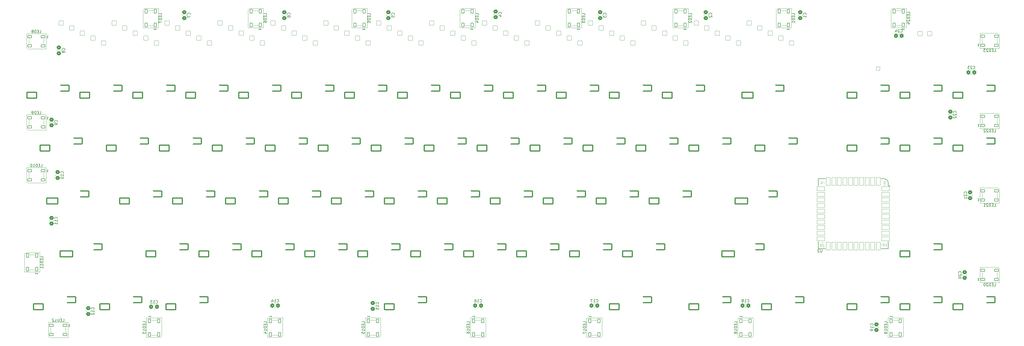
<source format=gbr>
%TF.GenerationSoftware,KiCad,Pcbnew,9.0.0*%
%TF.CreationDate,2025-03-11T22:48:35+00:00*%
%TF.ProjectId,kara70-pcb,6b617261-3730-42d7-9063-622e6b696361,rev?*%
%TF.SameCoordinates,Original*%
%TF.FileFunction,Legend,Bot*%
%TF.FilePolarity,Positive*%
%FSLAX46Y46*%
G04 Gerber Fmt 4.6, Leading zero omitted, Abs format (unit mm)*
G04 Created by KiCad (PCBNEW 9.0.0) date 2025-03-11 22:48:35*
%MOMM*%
%LPD*%
G01*
G04 APERTURE LIST*
G04 Aperture macros list*
%AMRoundRect*
0 Rectangle with rounded corners*
0 $1 Rounding radius*
0 $2 $3 $4 $5 $6 $7 $8 $9 X,Y pos of 4 corners*
0 Add a 4 corners polygon primitive as box body*
4,1,4,$2,$3,$4,$5,$6,$7,$8,$9,$2,$3,0*
0 Add four circle primitives for the rounded corners*
1,1,$1+$1,$2,$3*
1,1,$1+$1,$4,$5*
1,1,$1+$1,$6,$7*
1,1,$1+$1,$8,$9*
0 Add four rect primitives between the rounded corners*
20,1,$1+$1,$2,$3,$4,$5,0*
20,1,$1+$1,$4,$5,$6,$7,0*
20,1,$1+$1,$6,$7,$8,$9,0*
20,1,$1+$1,$8,$9,$2,$3,0*%
G04 Aperture macros list end*
%ADD10C,0.150000*%
%ADD11C,0.120000*%
%ADD12RoundRect,0.051000X-0.800000X0.800000X-0.800000X-0.800000X0.800000X-0.800000X0.800000X0.800000X0*%
%ADD13O,1.702000X1.702000*%
%ADD14RoundRect,0.051000X0.647700X-0.647700X0.647700X0.647700X-0.647700X0.647700X-0.647700X-0.647700X0*%
%ADD15C,1.397400*%
%ADD16RoundRect,0.051000X0.800000X-0.800000X0.800000X0.800000X-0.800000X0.800000X-0.800000X-0.800000X0*%
%ADD17C,4.502000*%
%ADD18O,0.752000X1.102000*%
%ADD19O,1.002000X2.502000*%
%ADD20O,1.002000X1.802000*%
%ADD21C,1.502000*%
%ADD22O,1.502000X1.502000*%
%ADD23C,2.102000*%
%ADD24C,1.803800*%
%ADD25C,4.089800*%
%ADD26C,3.402000*%
%ADD27RoundRect,0.208160X1.772840X1.092840X-1.772840X1.092840X-1.772840X-1.092840X1.772840X-1.092840X0*%
%ADD28RoundRect,0.208160X1.901340X1.092840X-1.901340X1.092840X-1.901340X-1.092840X1.901340X-1.092840X0*%
%ADD29C,3.150000*%
%ADD30RoundRect,0.208160X2.022840X1.092840X-2.022840X1.092840X-2.022840X-1.092840X2.022840X-1.092840X0*%
%ADD31RoundRect,0.208160X2.272840X1.092840X-2.272840X1.092840X-2.272840X-1.092840X2.272840X-1.092840X0*%
%ADD32RoundRect,0.271702X0.504298X-0.366798X0.504298X0.366798X-0.504298X0.366798X-0.504298X-0.366798X0*%
%ADD33RoundRect,0.100200X0.400800X-0.700800X0.400800X0.700800X-0.400800X0.700800X-0.400800X-0.700800X0*%
%ADD34RoundRect,0.271702X0.366798X0.504298X-0.366798X0.504298X-0.366798X-0.504298X0.366798X-0.504298X0*%
%ADD35RoundRect,0.100200X-0.400800X0.700800X-0.400800X-0.700800X0.400800X-0.700800X0.400800X0.700800X0*%
%ADD36RoundRect,0.271702X-0.504298X0.366798X-0.504298X-0.366798X0.504298X-0.366798X0.504298X0.366798X0*%
%ADD37RoundRect,0.100200X0.700800X0.400800X-0.700800X0.400800X-0.700800X-0.400800X0.700800X-0.400800X0*%
%ADD38RoundRect,0.100200X-0.700800X-0.400800X0.700800X-0.400800X0.700800X0.400800X-0.700800X0.400800X0*%
%ADD39RoundRect,0.051000X1.400000X0.750000X-1.400000X0.750000X-1.400000X-0.750000X1.400000X-0.750000X0*%
%ADD40RoundRect,0.051000X-0.750000X1.400000X-0.750000X-1.400000X0.750000X-1.400000X0.750000X1.400000X0*%
G04 APERTURE END LIST*
D10*
X301452080Y-63233333D02*
X301499700Y-63185714D01*
X301499700Y-63185714D02*
X301547319Y-63042857D01*
X301547319Y-63042857D02*
X301547319Y-62947619D01*
X301547319Y-62947619D02*
X301499700Y-62804762D01*
X301499700Y-62804762D02*
X301404461Y-62709524D01*
X301404461Y-62709524D02*
X301309223Y-62661905D01*
X301309223Y-62661905D02*
X301118747Y-62614286D01*
X301118747Y-62614286D02*
X300975890Y-62614286D01*
X300975890Y-62614286D02*
X300785414Y-62661905D01*
X300785414Y-62661905D02*
X300690176Y-62709524D01*
X300690176Y-62709524D02*
X300594938Y-62804762D01*
X300594938Y-62804762D02*
X300547319Y-62947619D01*
X300547319Y-62947619D02*
X300547319Y-63042857D01*
X300547319Y-63042857D02*
X300594938Y-63185714D01*
X300594938Y-63185714D02*
X300642557Y-63233333D01*
X300642557Y-63614286D02*
X300594938Y-63661905D01*
X300594938Y-63661905D02*
X300547319Y-63757143D01*
X300547319Y-63757143D02*
X300547319Y-63995238D01*
X300547319Y-63995238D02*
X300594938Y-64090476D01*
X300594938Y-64090476D02*
X300642557Y-64138095D01*
X300642557Y-64138095D02*
X300737795Y-64185714D01*
X300737795Y-64185714D02*
X300833033Y-64185714D01*
X300833033Y-64185714D02*
X300975890Y-64138095D01*
X300975890Y-64138095D02*
X301547319Y-63566667D01*
X301547319Y-63566667D02*
X301547319Y-64185714D01*
X178754819Y-63343452D02*
X178754819Y-62867262D01*
X178754819Y-62867262D02*
X177754819Y-62867262D01*
X178231009Y-63676786D02*
X178231009Y-64010119D01*
X178754819Y-64152976D02*
X178754819Y-63676786D01*
X178754819Y-63676786D02*
X177754819Y-63676786D01*
X177754819Y-63676786D02*
X177754819Y-64152976D01*
X178754819Y-64581548D02*
X177754819Y-64581548D01*
X177754819Y-64581548D02*
X177754819Y-64819643D01*
X177754819Y-64819643D02*
X177802438Y-64962500D01*
X177802438Y-64962500D02*
X177897676Y-65057738D01*
X177897676Y-65057738D02*
X177992914Y-65105357D01*
X177992914Y-65105357D02*
X178183390Y-65152976D01*
X178183390Y-65152976D02*
X178326247Y-65152976D01*
X178326247Y-65152976D02*
X178516723Y-65105357D01*
X178516723Y-65105357D02*
X178611961Y-65057738D01*
X178611961Y-65057738D02*
X178707200Y-64962500D01*
X178707200Y-64962500D02*
X178754819Y-64819643D01*
X178754819Y-64819643D02*
X178754819Y-64581548D01*
X177754819Y-66057738D02*
X177754819Y-65581548D01*
X177754819Y-65581548D02*
X178231009Y-65533929D01*
X178231009Y-65533929D02*
X178183390Y-65581548D01*
X178183390Y-65581548D02*
X178135771Y-65676786D01*
X178135771Y-65676786D02*
X178135771Y-65914881D01*
X178135771Y-65914881D02*
X178183390Y-66010119D01*
X178183390Y-66010119D02*
X178231009Y-66057738D01*
X178231009Y-66057738D02*
X178326247Y-66105357D01*
X178326247Y-66105357D02*
X178564342Y-66105357D01*
X178564342Y-66105357D02*
X178659580Y-66057738D01*
X178659580Y-66057738D02*
X178707200Y-66010119D01*
X178707200Y-66010119D02*
X178754819Y-65914881D01*
X178754819Y-65914881D02*
X178754819Y-65676786D01*
X178754819Y-65676786D02*
X178707200Y-65581548D01*
X178707200Y-65581548D02*
X178659580Y-65533929D01*
X176037704Y-68233928D02*
X176037704Y-68691071D01*
X176037704Y-68462499D02*
X176837704Y-68462499D01*
X176837704Y-68462499D02*
X176723419Y-68538690D01*
X176723419Y-68538690D02*
X176647228Y-68614880D01*
X176647228Y-68614880D02*
X176609133Y-68691071D01*
X395580357Y-82679580D02*
X395627976Y-82727200D01*
X395627976Y-82727200D02*
X395770833Y-82774819D01*
X395770833Y-82774819D02*
X395866071Y-82774819D01*
X395866071Y-82774819D02*
X396008928Y-82727200D01*
X396008928Y-82727200D02*
X396104166Y-82631961D01*
X396104166Y-82631961D02*
X396151785Y-82536723D01*
X396151785Y-82536723D02*
X396199404Y-82346247D01*
X396199404Y-82346247D02*
X396199404Y-82203390D01*
X396199404Y-82203390D02*
X396151785Y-82012914D01*
X396151785Y-82012914D02*
X396104166Y-81917676D01*
X396104166Y-81917676D02*
X396008928Y-81822438D01*
X396008928Y-81822438D02*
X395866071Y-81774819D01*
X395866071Y-81774819D02*
X395770833Y-81774819D01*
X395770833Y-81774819D02*
X395627976Y-81822438D01*
X395627976Y-81822438D02*
X395580357Y-81870057D01*
X395199404Y-81870057D02*
X395151785Y-81822438D01*
X395151785Y-81822438D02*
X395056547Y-81774819D01*
X395056547Y-81774819D02*
X394818452Y-81774819D01*
X394818452Y-81774819D02*
X394723214Y-81822438D01*
X394723214Y-81822438D02*
X394675595Y-81870057D01*
X394675595Y-81870057D02*
X394627976Y-81965295D01*
X394627976Y-81965295D02*
X394627976Y-82060533D01*
X394627976Y-82060533D02*
X394675595Y-82203390D01*
X394675595Y-82203390D02*
X395247023Y-82774819D01*
X395247023Y-82774819D02*
X394627976Y-82774819D01*
X394294642Y-81774819D02*
X393675595Y-81774819D01*
X393675595Y-81774819D02*
X394008928Y-82155771D01*
X394008928Y-82155771D02*
X393866071Y-82155771D01*
X393866071Y-82155771D02*
X393770833Y-82203390D01*
X393770833Y-82203390D02*
X393723214Y-82251009D01*
X393723214Y-82251009D02*
X393675595Y-82346247D01*
X393675595Y-82346247D02*
X393675595Y-82584342D01*
X393675595Y-82584342D02*
X393723214Y-82679580D01*
X393723214Y-82679580D02*
X393770833Y-82727200D01*
X393770833Y-82727200D02*
X393866071Y-82774819D01*
X393866071Y-82774819D02*
X394151785Y-82774819D01*
X394151785Y-82774819D02*
X394247023Y-82727200D01*
X394247023Y-82727200D02*
X394294642Y-82679580D01*
X176604819Y-174354761D02*
X176604819Y-173878571D01*
X176604819Y-173878571D02*
X175604819Y-173878571D01*
X176081009Y-174688095D02*
X176081009Y-175021428D01*
X176604819Y-175164285D02*
X176604819Y-174688095D01*
X176604819Y-174688095D02*
X175604819Y-174688095D01*
X175604819Y-174688095D02*
X175604819Y-175164285D01*
X176604819Y-175592857D02*
X175604819Y-175592857D01*
X175604819Y-175592857D02*
X175604819Y-175830952D01*
X175604819Y-175830952D02*
X175652438Y-175973809D01*
X175652438Y-175973809D02*
X175747676Y-176069047D01*
X175747676Y-176069047D02*
X175842914Y-176116666D01*
X175842914Y-176116666D02*
X176033390Y-176164285D01*
X176033390Y-176164285D02*
X176176247Y-176164285D01*
X176176247Y-176164285D02*
X176366723Y-176116666D01*
X176366723Y-176116666D02*
X176461961Y-176069047D01*
X176461961Y-176069047D02*
X176557200Y-175973809D01*
X176557200Y-175973809D02*
X176604819Y-175830952D01*
X176604819Y-175830952D02*
X176604819Y-175592857D01*
X176604819Y-177116666D02*
X176604819Y-176545238D01*
X176604819Y-176830952D02*
X175604819Y-176830952D01*
X175604819Y-176830952D02*
X175747676Y-176735714D01*
X175747676Y-176735714D02*
X175842914Y-176640476D01*
X175842914Y-176640476D02*
X175890533Y-176545238D01*
X175604819Y-178021428D02*
X175604819Y-177545238D01*
X175604819Y-177545238D02*
X176081009Y-177497619D01*
X176081009Y-177497619D02*
X176033390Y-177545238D01*
X176033390Y-177545238D02*
X175985771Y-177640476D01*
X175985771Y-177640476D02*
X175985771Y-177878571D01*
X175985771Y-177878571D02*
X176033390Y-177973809D01*
X176033390Y-177973809D02*
X176081009Y-178021428D01*
X176081009Y-178021428D02*
X176176247Y-178069047D01*
X176176247Y-178069047D02*
X176414342Y-178069047D01*
X176414342Y-178069047D02*
X176509580Y-178021428D01*
X176509580Y-178021428D02*
X176557200Y-177973809D01*
X176557200Y-177973809D02*
X176604819Y-177878571D01*
X176604819Y-177878571D02*
X176604819Y-177640476D01*
X176604819Y-177640476D02*
X176557200Y-177545238D01*
X176557200Y-177545238D02*
X176509580Y-177497619D01*
X178412295Y-172178571D02*
X178412295Y-171721428D01*
X178412295Y-171950000D02*
X177612295Y-171950000D01*
X177612295Y-171950000D02*
X177726580Y-171873809D01*
X177726580Y-171873809D02*
X177802771Y-171797619D01*
X177802771Y-171797619D02*
X177840866Y-171721428D01*
X149777080Y-63233333D02*
X149824700Y-63185714D01*
X149824700Y-63185714D02*
X149872319Y-63042857D01*
X149872319Y-63042857D02*
X149872319Y-62947619D01*
X149872319Y-62947619D02*
X149824700Y-62804762D01*
X149824700Y-62804762D02*
X149729461Y-62709524D01*
X149729461Y-62709524D02*
X149634223Y-62661905D01*
X149634223Y-62661905D02*
X149443747Y-62614286D01*
X149443747Y-62614286D02*
X149300890Y-62614286D01*
X149300890Y-62614286D02*
X149110414Y-62661905D01*
X149110414Y-62661905D02*
X149015176Y-62709524D01*
X149015176Y-62709524D02*
X148919938Y-62804762D01*
X148919938Y-62804762D02*
X148872319Y-62947619D01*
X148872319Y-62947619D02*
X148872319Y-63042857D01*
X148872319Y-63042857D02*
X148919938Y-63185714D01*
X148919938Y-63185714D02*
X148967557Y-63233333D01*
X148872319Y-64090476D02*
X148872319Y-63900000D01*
X148872319Y-63900000D02*
X148919938Y-63804762D01*
X148919938Y-63804762D02*
X148967557Y-63757143D01*
X148967557Y-63757143D02*
X149110414Y-63661905D01*
X149110414Y-63661905D02*
X149300890Y-63614286D01*
X149300890Y-63614286D02*
X149681842Y-63614286D01*
X149681842Y-63614286D02*
X149777080Y-63661905D01*
X149777080Y-63661905D02*
X149824700Y-63709524D01*
X149824700Y-63709524D02*
X149872319Y-63804762D01*
X149872319Y-63804762D02*
X149872319Y-63995238D01*
X149872319Y-63995238D02*
X149824700Y-64090476D01*
X149824700Y-64090476D02*
X149777080Y-64138095D01*
X149777080Y-64138095D02*
X149681842Y-64185714D01*
X149681842Y-64185714D02*
X149443747Y-64185714D01*
X149443747Y-64185714D02*
X149348509Y-64138095D01*
X149348509Y-64138095D02*
X149300890Y-64090476D01*
X149300890Y-64090476D02*
X149253271Y-63995238D01*
X149253271Y-63995238D02*
X149253271Y-63804762D01*
X149253271Y-63804762D02*
X149300890Y-63709524D01*
X149300890Y-63709524D02*
X149348509Y-63661905D01*
X149348509Y-63661905D02*
X149443747Y-63614286D01*
X391179580Y-156357142D02*
X391227200Y-156309523D01*
X391227200Y-156309523D02*
X391274819Y-156166666D01*
X391274819Y-156166666D02*
X391274819Y-156071428D01*
X391274819Y-156071428D02*
X391227200Y-155928571D01*
X391227200Y-155928571D02*
X391131961Y-155833333D01*
X391131961Y-155833333D02*
X391036723Y-155785714D01*
X391036723Y-155785714D02*
X390846247Y-155738095D01*
X390846247Y-155738095D02*
X390703390Y-155738095D01*
X390703390Y-155738095D02*
X390512914Y-155785714D01*
X390512914Y-155785714D02*
X390417676Y-155833333D01*
X390417676Y-155833333D02*
X390322438Y-155928571D01*
X390322438Y-155928571D02*
X390274819Y-156071428D01*
X390274819Y-156071428D02*
X390274819Y-156166666D01*
X390274819Y-156166666D02*
X390322438Y-156309523D01*
X390322438Y-156309523D02*
X390370057Y-156357142D01*
X390370057Y-156738095D02*
X390322438Y-156785714D01*
X390322438Y-156785714D02*
X390274819Y-156880952D01*
X390274819Y-156880952D02*
X390274819Y-157119047D01*
X390274819Y-157119047D02*
X390322438Y-157214285D01*
X390322438Y-157214285D02*
X390370057Y-157261904D01*
X390370057Y-157261904D02*
X390465295Y-157309523D01*
X390465295Y-157309523D02*
X390560533Y-157309523D01*
X390560533Y-157309523D02*
X390703390Y-157261904D01*
X390703390Y-157261904D02*
X391274819Y-156690476D01*
X391274819Y-156690476D02*
X391274819Y-157309523D01*
X390274819Y-157928571D02*
X390274819Y-158023809D01*
X390274819Y-158023809D02*
X390322438Y-158119047D01*
X390322438Y-158119047D02*
X390370057Y-158166666D01*
X390370057Y-158166666D02*
X390465295Y-158214285D01*
X390465295Y-158214285D02*
X390655771Y-158261904D01*
X390655771Y-158261904D02*
X390893866Y-158261904D01*
X390893866Y-158261904D02*
X391084342Y-158214285D01*
X391084342Y-158214285D02*
X391179580Y-158166666D01*
X391179580Y-158166666D02*
X391227200Y-158119047D01*
X391227200Y-158119047D02*
X391274819Y-158023809D01*
X391274819Y-158023809D02*
X391274819Y-157928571D01*
X391274819Y-157928571D02*
X391227200Y-157833333D01*
X391227200Y-157833333D02*
X391179580Y-157785714D01*
X391179580Y-157785714D02*
X391084342Y-157738095D01*
X391084342Y-157738095D02*
X390893866Y-157690476D01*
X390893866Y-157690476D02*
X390655771Y-157690476D01*
X390655771Y-157690476D02*
X390465295Y-157738095D01*
X390465295Y-157738095D02*
X390370057Y-157785714D01*
X390370057Y-157785714D02*
X390322438Y-157833333D01*
X390322438Y-157833333D02*
X390274819Y-157928571D01*
X68239580Y-120357142D02*
X68287200Y-120309523D01*
X68287200Y-120309523D02*
X68334819Y-120166666D01*
X68334819Y-120166666D02*
X68334819Y-120071428D01*
X68334819Y-120071428D02*
X68287200Y-119928571D01*
X68287200Y-119928571D02*
X68191961Y-119833333D01*
X68191961Y-119833333D02*
X68096723Y-119785714D01*
X68096723Y-119785714D02*
X67906247Y-119738095D01*
X67906247Y-119738095D02*
X67763390Y-119738095D01*
X67763390Y-119738095D02*
X67572914Y-119785714D01*
X67572914Y-119785714D02*
X67477676Y-119833333D01*
X67477676Y-119833333D02*
X67382438Y-119928571D01*
X67382438Y-119928571D02*
X67334819Y-120071428D01*
X67334819Y-120071428D02*
X67334819Y-120166666D01*
X67334819Y-120166666D02*
X67382438Y-120309523D01*
X67382438Y-120309523D02*
X67430057Y-120357142D01*
X68334819Y-121309523D02*
X68334819Y-120738095D01*
X68334819Y-121023809D02*
X67334819Y-121023809D01*
X67334819Y-121023809D02*
X67477676Y-120928571D01*
X67477676Y-120928571D02*
X67572914Y-120833333D01*
X67572914Y-120833333D02*
X67620533Y-120738095D01*
X67334819Y-121928571D02*
X67334819Y-122023809D01*
X67334819Y-122023809D02*
X67382438Y-122119047D01*
X67382438Y-122119047D02*
X67430057Y-122166666D01*
X67430057Y-122166666D02*
X67525295Y-122214285D01*
X67525295Y-122214285D02*
X67715771Y-122261904D01*
X67715771Y-122261904D02*
X67953866Y-122261904D01*
X67953866Y-122261904D02*
X68144342Y-122214285D01*
X68144342Y-122214285D02*
X68239580Y-122166666D01*
X68239580Y-122166666D02*
X68287200Y-122119047D01*
X68287200Y-122119047D02*
X68334819Y-122023809D01*
X68334819Y-122023809D02*
X68334819Y-121928571D01*
X68334819Y-121928571D02*
X68287200Y-121833333D01*
X68287200Y-121833333D02*
X68239580Y-121785714D01*
X68239580Y-121785714D02*
X68144342Y-121738095D01*
X68144342Y-121738095D02*
X67953866Y-121690476D01*
X67953866Y-121690476D02*
X67715771Y-121690476D01*
X67715771Y-121690476D02*
X67525295Y-121738095D01*
X67525295Y-121738095D02*
X67430057Y-121785714D01*
X67430057Y-121785714D02*
X67382438Y-121833333D01*
X67382438Y-121833333D02*
X67334819Y-121928571D01*
X79239580Y-169357142D02*
X79287200Y-169309523D01*
X79287200Y-169309523D02*
X79334819Y-169166666D01*
X79334819Y-169166666D02*
X79334819Y-169071428D01*
X79334819Y-169071428D02*
X79287200Y-168928571D01*
X79287200Y-168928571D02*
X79191961Y-168833333D01*
X79191961Y-168833333D02*
X79096723Y-168785714D01*
X79096723Y-168785714D02*
X78906247Y-168738095D01*
X78906247Y-168738095D02*
X78763390Y-168738095D01*
X78763390Y-168738095D02*
X78572914Y-168785714D01*
X78572914Y-168785714D02*
X78477676Y-168833333D01*
X78477676Y-168833333D02*
X78382438Y-168928571D01*
X78382438Y-168928571D02*
X78334819Y-169071428D01*
X78334819Y-169071428D02*
X78334819Y-169166666D01*
X78334819Y-169166666D02*
X78382438Y-169309523D01*
X78382438Y-169309523D02*
X78430057Y-169357142D01*
X79334819Y-170309523D02*
X79334819Y-169738095D01*
X79334819Y-170023809D02*
X78334819Y-170023809D01*
X78334819Y-170023809D02*
X78477676Y-169928571D01*
X78477676Y-169928571D02*
X78572914Y-169833333D01*
X78572914Y-169833333D02*
X78620533Y-169738095D01*
X78430057Y-170690476D02*
X78382438Y-170738095D01*
X78382438Y-170738095D02*
X78334819Y-170833333D01*
X78334819Y-170833333D02*
X78334819Y-171071428D01*
X78334819Y-171071428D02*
X78382438Y-171166666D01*
X78382438Y-171166666D02*
X78430057Y-171214285D01*
X78430057Y-171214285D02*
X78525295Y-171261904D01*
X78525295Y-171261904D02*
X78620533Y-171261904D01*
X78620533Y-171261904D02*
X78763390Y-171214285D01*
X78763390Y-171214285D02*
X79334819Y-170642857D01*
X79334819Y-170642857D02*
X79334819Y-171261904D01*
X59669047Y-99004819D02*
X60145237Y-99004819D01*
X60145237Y-99004819D02*
X60145237Y-98004819D01*
X59335713Y-98481009D02*
X59002380Y-98481009D01*
X58859523Y-99004819D02*
X59335713Y-99004819D01*
X59335713Y-99004819D02*
X59335713Y-98004819D01*
X59335713Y-98004819D02*
X58859523Y-98004819D01*
X58430951Y-99004819D02*
X58430951Y-98004819D01*
X58430951Y-98004819D02*
X58192856Y-98004819D01*
X58192856Y-98004819D02*
X58049999Y-98052438D01*
X58049999Y-98052438D02*
X57954761Y-98147676D01*
X57954761Y-98147676D02*
X57907142Y-98242914D01*
X57907142Y-98242914D02*
X57859523Y-98433390D01*
X57859523Y-98433390D02*
X57859523Y-98576247D01*
X57859523Y-98576247D02*
X57907142Y-98766723D01*
X57907142Y-98766723D02*
X57954761Y-98861961D01*
X57954761Y-98861961D02*
X58049999Y-98957200D01*
X58049999Y-98957200D02*
X58192856Y-99004819D01*
X58192856Y-99004819D02*
X58430951Y-99004819D01*
X57383332Y-99004819D02*
X57192856Y-99004819D01*
X57192856Y-99004819D02*
X57097618Y-98957200D01*
X57097618Y-98957200D02*
X57049999Y-98909580D01*
X57049999Y-98909580D02*
X56954761Y-98766723D01*
X56954761Y-98766723D02*
X56907142Y-98576247D01*
X56907142Y-98576247D02*
X56907142Y-98195295D01*
X56907142Y-98195295D02*
X56954761Y-98100057D01*
X56954761Y-98100057D02*
X57002380Y-98052438D01*
X57002380Y-98052438D02*
X57097618Y-98004819D01*
X57097618Y-98004819D02*
X57288094Y-98004819D01*
X57288094Y-98004819D02*
X57383332Y-98052438D01*
X57383332Y-98052438D02*
X57430951Y-98100057D01*
X57430951Y-98100057D02*
X57478570Y-98195295D01*
X57478570Y-98195295D02*
X57478570Y-98433390D01*
X57478570Y-98433390D02*
X57430951Y-98528628D01*
X57430951Y-98528628D02*
X57383332Y-98576247D01*
X57383332Y-98576247D02*
X57288094Y-98623866D01*
X57288094Y-98623866D02*
X57097618Y-98623866D01*
X57097618Y-98623866D02*
X57002380Y-98576247D01*
X57002380Y-98576247D02*
X56954761Y-98528628D01*
X56954761Y-98528628D02*
X56907142Y-98433390D01*
X62321428Y-100812295D02*
X62778571Y-100812295D01*
X62549999Y-100812295D02*
X62549999Y-100012295D01*
X62549999Y-100012295D02*
X62626190Y-100126580D01*
X62626190Y-100126580D02*
X62702380Y-100202771D01*
X62702380Y-100202771D02*
X62778571Y-100240866D01*
X66039580Y-136807142D02*
X66087200Y-136759523D01*
X66087200Y-136759523D02*
X66134819Y-136616666D01*
X66134819Y-136616666D02*
X66134819Y-136521428D01*
X66134819Y-136521428D02*
X66087200Y-136378571D01*
X66087200Y-136378571D02*
X65991961Y-136283333D01*
X65991961Y-136283333D02*
X65896723Y-136235714D01*
X65896723Y-136235714D02*
X65706247Y-136188095D01*
X65706247Y-136188095D02*
X65563390Y-136188095D01*
X65563390Y-136188095D02*
X65372914Y-136235714D01*
X65372914Y-136235714D02*
X65277676Y-136283333D01*
X65277676Y-136283333D02*
X65182438Y-136378571D01*
X65182438Y-136378571D02*
X65134819Y-136521428D01*
X65134819Y-136521428D02*
X65134819Y-136616666D01*
X65134819Y-136616666D02*
X65182438Y-136759523D01*
X65182438Y-136759523D02*
X65230057Y-136807142D01*
X66134819Y-137759523D02*
X66134819Y-137188095D01*
X66134819Y-137473809D02*
X65134819Y-137473809D01*
X65134819Y-137473809D02*
X65277676Y-137378571D01*
X65277676Y-137378571D02*
X65372914Y-137283333D01*
X65372914Y-137283333D02*
X65420533Y-137188095D01*
X66134819Y-138711904D02*
X66134819Y-138140476D01*
X66134819Y-138426190D02*
X65134819Y-138426190D01*
X65134819Y-138426190D02*
X65277676Y-138330952D01*
X65277676Y-138330952D02*
X65372914Y-138235714D01*
X65372914Y-138235714D02*
X65420533Y-138140476D01*
X60145238Y-118004819D02*
X60621428Y-118004819D01*
X60621428Y-118004819D02*
X60621428Y-117004819D01*
X59811904Y-117481009D02*
X59478571Y-117481009D01*
X59335714Y-118004819D02*
X59811904Y-118004819D01*
X59811904Y-118004819D02*
X59811904Y-117004819D01*
X59811904Y-117004819D02*
X59335714Y-117004819D01*
X58907142Y-118004819D02*
X58907142Y-117004819D01*
X58907142Y-117004819D02*
X58669047Y-117004819D01*
X58669047Y-117004819D02*
X58526190Y-117052438D01*
X58526190Y-117052438D02*
X58430952Y-117147676D01*
X58430952Y-117147676D02*
X58383333Y-117242914D01*
X58383333Y-117242914D02*
X58335714Y-117433390D01*
X58335714Y-117433390D02*
X58335714Y-117576247D01*
X58335714Y-117576247D02*
X58383333Y-117766723D01*
X58383333Y-117766723D02*
X58430952Y-117861961D01*
X58430952Y-117861961D02*
X58526190Y-117957200D01*
X58526190Y-117957200D02*
X58669047Y-118004819D01*
X58669047Y-118004819D02*
X58907142Y-118004819D01*
X57383333Y-118004819D02*
X57954761Y-118004819D01*
X57669047Y-118004819D02*
X57669047Y-117004819D01*
X57669047Y-117004819D02*
X57764285Y-117147676D01*
X57764285Y-117147676D02*
X57859523Y-117242914D01*
X57859523Y-117242914D02*
X57954761Y-117290533D01*
X56764285Y-117004819D02*
X56669047Y-117004819D01*
X56669047Y-117004819D02*
X56573809Y-117052438D01*
X56573809Y-117052438D02*
X56526190Y-117100057D01*
X56526190Y-117100057D02*
X56478571Y-117195295D01*
X56478571Y-117195295D02*
X56430952Y-117385771D01*
X56430952Y-117385771D02*
X56430952Y-117623866D01*
X56430952Y-117623866D02*
X56478571Y-117814342D01*
X56478571Y-117814342D02*
X56526190Y-117909580D01*
X56526190Y-117909580D02*
X56573809Y-117957200D01*
X56573809Y-117957200D02*
X56669047Y-118004819D01*
X56669047Y-118004819D02*
X56764285Y-118004819D01*
X56764285Y-118004819D02*
X56859523Y-117957200D01*
X56859523Y-117957200D02*
X56907142Y-117909580D01*
X56907142Y-117909580D02*
X56954761Y-117814342D01*
X56954761Y-117814342D02*
X57002380Y-117623866D01*
X57002380Y-117623866D02*
X57002380Y-117385771D01*
X57002380Y-117385771D02*
X56954761Y-117195295D01*
X56954761Y-117195295D02*
X56907142Y-117100057D01*
X56907142Y-117100057D02*
X56859523Y-117052438D01*
X56859523Y-117052438D02*
X56764285Y-117004819D01*
X62321428Y-119812295D02*
X62778571Y-119812295D01*
X62549999Y-119812295D02*
X62549999Y-119012295D01*
X62549999Y-119012295D02*
X62626190Y-119126580D01*
X62626190Y-119126580D02*
X62702380Y-119202771D01*
X62702380Y-119202771D02*
X62778571Y-119240866D01*
X181639580Y-167494642D02*
X181687200Y-167447023D01*
X181687200Y-167447023D02*
X181734819Y-167304166D01*
X181734819Y-167304166D02*
X181734819Y-167208928D01*
X181734819Y-167208928D02*
X181687200Y-167066071D01*
X181687200Y-167066071D02*
X181591961Y-166970833D01*
X181591961Y-166970833D02*
X181496723Y-166923214D01*
X181496723Y-166923214D02*
X181306247Y-166875595D01*
X181306247Y-166875595D02*
X181163390Y-166875595D01*
X181163390Y-166875595D02*
X180972914Y-166923214D01*
X180972914Y-166923214D02*
X180877676Y-166970833D01*
X180877676Y-166970833D02*
X180782438Y-167066071D01*
X180782438Y-167066071D02*
X180734819Y-167208928D01*
X180734819Y-167208928D02*
X180734819Y-167304166D01*
X180734819Y-167304166D02*
X180782438Y-167447023D01*
X180782438Y-167447023D02*
X180830057Y-167494642D01*
X181734819Y-168447023D02*
X181734819Y-167875595D01*
X181734819Y-168161309D02*
X180734819Y-168161309D01*
X180734819Y-168161309D02*
X180877676Y-168066071D01*
X180877676Y-168066071D02*
X180972914Y-167970833D01*
X180972914Y-167970833D02*
X181020533Y-167875595D01*
X180734819Y-169351785D02*
X180734819Y-168875595D01*
X180734819Y-168875595D02*
X181211009Y-168827976D01*
X181211009Y-168827976D02*
X181163390Y-168875595D01*
X181163390Y-168875595D02*
X181115771Y-168970833D01*
X181115771Y-168970833D02*
X181115771Y-169208928D01*
X181115771Y-169208928D02*
X181163390Y-169304166D01*
X181163390Y-169304166D02*
X181211009Y-169351785D01*
X181211009Y-169351785D02*
X181306247Y-169399404D01*
X181306247Y-169399404D02*
X181544342Y-169399404D01*
X181544342Y-169399404D02*
X181639580Y-169351785D01*
X181639580Y-169351785D02*
X181687200Y-169304166D01*
X181687200Y-169304166D02*
X181734819Y-169208928D01*
X181734819Y-169208928D02*
X181734819Y-168970833D01*
X181734819Y-168970833D02*
X181687200Y-168875595D01*
X181687200Y-168875595D02*
X181639580Y-168827976D01*
X217604819Y-63343452D02*
X217604819Y-62867262D01*
X217604819Y-62867262D02*
X216604819Y-62867262D01*
X217081009Y-63676786D02*
X217081009Y-64010119D01*
X217604819Y-64152976D02*
X217604819Y-63676786D01*
X217604819Y-63676786D02*
X216604819Y-63676786D01*
X216604819Y-63676786D02*
X216604819Y-64152976D01*
X217604819Y-64581548D02*
X216604819Y-64581548D01*
X216604819Y-64581548D02*
X216604819Y-64819643D01*
X216604819Y-64819643D02*
X216652438Y-64962500D01*
X216652438Y-64962500D02*
X216747676Y-65057738D01*
X216747676Y-65057738D02*
X216842914Y-65105357D01*
X216842914Y-65105357D02*
X217033390Y-65152976D01*
X217033390Y-65152976D02*
X217176247Y-65152976D01*
X217176247Y-65152976D02*
X217366723Y-65105357D01*
X217366723Y-65105357D02*
X217461961Y-65057738D01*
X217461961Y-65057738D02*
X217557200Y-64962500D01*
X217557200Y-64962500D02*
X217604819Y-64819643D01*
X217604819Y-64819643D02*
X217604819Y-64581548D01*
X216938152Y-66010119D02*
X217604819Y-66010119D01*
X216557200Y-65772024D02*
X217271485Y-65533929D01*
X217271485Y-65533929D02*
X217271485Y-66152976D01*
X214887704Y-68233928D02*
X214887704Y-68691071D01*
X214887704Y-68462499D02*
X215687704Y-68462499D01*
X215687704Y-68462499D02*
X215573419Y-68538690D01*
X215573419Y-68538690D02*
X215497228Y-68614880D01*
X215497228Y-68614880D02*
X215459133Y-68691071D01*
X369442857Y-69479580D02*
X369490476Y-69527200D01*
X369490476Y-69527200D02*
X369633333Y-69574819D01*
X369633333Y-69574819D02*
X369728571Y-69574819D01*
X369728571Y-69574819D02*
X369871428Y-69527200D01*
X369871428Y-69527200D02*
X369966666Y-69431961D01*
X369966666Y-69431961D02*
X370014285Y-69336723D01*
X370014285Y-69336723D02*
X370061904Y-69146247D01*
X370061904Y-69146247D02*
X370061904Y-69003390D01*
X370061904Y-69003390D02*
X370014285Y-68812914D01*
X370014285Y-68812914D02*
X369966666Y-68717676D01*
X369966666Y-68717676D02*
X369871428Y-68622438D01*
X369871428Y-68622438D02*
X369728571Y-68574819D01*
X369728571Y-68574819D02*
X369633333Y-68574819D01*
X369633333Y-68574819D02*
X369490476Y-68622438D01*
X369490476Y-68622438D02*
X369442857Y-68670057D01*
X369061904Y-68670057D02*
X369014285Y-68622438D01*
X369014285Y-68622438D02*
X368919047Y-68574819D01*
X368919047Y-68574819D02*
X368680952Y-68574819D01*
X368680952Y-68574819D02*
X368585714Y-68622438D01*
X368585714Y-68622438D02*
X368538095Y-68670057D01*
X368538095Y-68670057D02*
X368490476Y-68765295D01*
X368490476Y-68765295D02*
X368490476Y-68860533D01*
X368490476Y-68860533D02*
X368538095Y-69003390D01*
X368538095Y-69003390D02*
X369109523Y-69574819D01*
X369109523Y-69574819D02*
X368490476Y-69574819D01*
X367633333Y-68908152D02*
X367633333Y-69574819D01*
X367871428Y-68527200D02*
X368109523Y-69241485D01*
X368109523Y-69241485D02*
X367490476Y-69241485D01*
X255904819Y-63343452D02*
X255904819Y-62867262D01*
X255904819Y-62867262D02*
X254904819Y-62867262D01*
X255381009Y-63676786D02*
X255381009Y-64010119D01*
X255904819Y-64152976D02*
X255904819Y-63676786D01*
X255904819Y-63676786D02*
X254904819Y-63676786D01*
X254904819Y-63676786D02*
X254904819Y-64152976D01*
X255904819Y-64581548D02*
X254904819Y-64581548D01*
X254904819Y-64581548D02*
X254904819Y-64819643D01*
X254904819Y-64819643D02*
X254952438Y-64962500D01*
X254952438Y-64962500D02*
X255047676Y-65057738D01*
X255047676Y-65057738D02*
X255142914Y-65105357D01*
X255142914Y-65105357D02*
X255333390Y-65152976D01*
X255333390Y-65152976D02*
X255476247Y-65152976D01*
X255476247Y-65152976D02*
X255666723Y-65105357D01*
X255666723Y-65105357D02*
X255761961Y-65057738D01*
X255761961Y-65057738D02*
X255857200Y-64962500D01*
X255857200Y-64962500D02*
X255904819Y-64819643D01*
X255904819Y-64819643D02*
X255904819Y-64581548D01*
X254904819Y-65486310D02*
X254904819Y-66105357D01*
X254904819Y-66105357D02*
X255285771Y-65772024D01*
X255285771Y-65772024D02*
X255285771Y-65914881D01*
X255285771Y-65914881D02*
X255333390Y-66010119D01*
X255333390Y-66010119D02*
X255381009Y-66057738D01*
X255381009Y-66057738D02*
X255476247Y-66105357D01*
X255476247Y-66105357D02*
X255714342Y-66105357D01*
X255714342Y-66105357D02*
X255809580Y-66057738D01*
X255809580Y-66057738D02*
X255857200Y-66010119D01*
X255857200Y-66010119D02*
X255904819Y-65914881D01*
X255904819Y-65914881D02*
X255904819Y-65629167D01*
X255904819Y-65629167D02*
X255857200Y-65533929D01*
X255857200Y-65533929D02*
X255809580Y-65486310D01*
X253187704Y-68233928D02*
X253187704Y-68691071D01*
X253187704Y-68462499D02*
X253987704Y-68462499D01*
X253987704Y-68462499D02*
X253873419Y-68538690D01*
X253873419Y-68538690D02*
X253797228Y-68614880D01*
X253797228Y-68614880D02*
X253759133Y-68691071D01*
X101542857Y-167079580D02*
X101590476Y-167127200D01*
X101590476Y-167127200D02*
X101733333Y-167174819D01*
X101733333Y-167174819D02*
X101828571Y-167174819D01*
X101828571Y-167174819D02*
X101971428Y-167127200D01*
X101971428Y-167127200D02*
X102066666Y-167031961D01*
X102066666Y-167031961D02*
X102114285Y-166936723D01*
X102114285Y-166936723D02*
X102161904Y-166746247D01*
X102161904Y-166746247D02*
X102161904Y-166603390D01*
X102161904Y-166603390D02*
X102114285Y-166412914D01*
X102114285Y-166412914D02*
X102066666Y-166317676D01*
X102066666Y-166317676D02*
X101971428Y-166222438D01*
X101971428Y-166222438D02*
X101828571Y-166174819D01*
X101828571Y-166174819D02*
X101733333Y-166174819D01*
X101733333Y-166174819D02*
X101590476Y-166222438D01*
X101590476Y-166222438D02*
X101542857Y-166270057D01*
X100590476Y-167174819D02*
X101161904Y-167174819D01*
X100876190Y-167174819D02*
X100876190Y-166174819D01*
X100876190Y-166174819D02*
X100971428Y-166317676D01*
X100971428Y-166317676D02*
X101066666Y-166412914D01*
X101066666Y-166412914D02*
X101161904Y-166460533D01*
X100257142Y-166174819D02*
X99638095Y-166174819D01*
X99638095Y-166174819D02*
X99971428Y-166555771D01*
X99971428Y-166555771D02*
X99828571Y-166555771D01*
X99828571Y-166555771D02*
X99733333Y-166603390D01*
X99733333Y-166603390D02*
X99685714Y-166651009D01*
X99685714Y-166651009D02*
X99638095Y-166746247D01*
X99638095Y-166746247D02*
X99638095Y-166984342D01*
X99638095Y-166984342D02*
X99685714Y-167079580D01*
X99685714Y-167079580D02*
X99733333Y-167127200D01*
X99733333Y-167127200D02*
X99828571Y-167174819D01*
X99828571Y-167174819D02*
X100114285Y-167174819D01*
X100114285Y-167174819D02*
X100209523Y-167127200D01*
X100209523Y-167127200D02*
X100257142Y-167079580D01*
X389389580Y-98575892D02*
X389437200Y-98528273D01*
X389437200Y-98528273D02*
X389484819Y-98385416D01*
X389484819Y-98385416D02*
X389484819Y-98290178D01*
X389484819Y-98290178D02*
X389437200Y-98147321D01*
X389437200Y-98147321D02*
X389341961Y-98052083D01*
X389341961Y-98052083D02*
X389246723Y-98004464D01*
X389246723Y-98004464D02*
X389056247Y-97956845D01*
X389056247Y-97956845D02*
X388913390Y-97956845D01*
X388913390Y-97956845D02*
X388722914Y-98004464D01*
X388722914Y-98004464D02*
X388627676Y-98052083D01*
X388627676Y-98052083D02*
X388532438Y-98147321D01*
X388532438Y-98147321D02*
X388484819Y-98290178D01*
X388484819Y-98290178D02*
X388484819Y-98385416D01*
X388484819Y-98385416D02*
X388532438Y-98528273D01*
X388532438Y-98528273D02*
X388580057Y-98575892D01*
X388580057Y-98956845D02*
X388532438Y-99004464D01*
X388532438Y-99004464D02*
X388484819Y-99099702D01*
X388484819Y-99099702D02*
X388484819Y-99337797D01*
X388484819Y-99337797D02*
X388532438Y-99433035D01*
X388532438Y-99433035D02*
X388580057Y-99480654D01*
X388580057Y-99480654D02*
X388675295Y-99528273D01*
X388675295Y-99528273D02*
X388770533Y-99528273D01*
X388770533Y-99528273D02*
X388913390Y-99480654D01*
X388913390Y-99480654D02*
X389484819Y-98909226D01*
X389484819Y-98909226D02*
X389484819Y-99528273D01*
X388580057Y-99909226D02*
X388532438Y-99956845D01*
X388532438Y-99956845D02*
X388484819Y-100052083D01*
X388484819Y-100052083D02*
X388484819Y-100290178D01*
X388484819Y-100290178D02*
X388532438Y-100385416D01*
X388532438Y-100385416D02*
X388580057Y-100433035D01*
X388580057Y-100433035D02*
X388675295Y-100480654D01*
X388675295Y-100480654D02*
X388770533Y-100480654D01*
X388770533Y-100480654D02*
X388913390Y-100433035D01*
X388913390Y-100433035D02*
X389484819Y-99861607D01*
X389484819Y-99861607D02*
X389484819Y-100480654D01*
X403095238Y-160954819D02*
X403571428Y-160954819D01*
X403571428Y-160954819D02*
X403571428Y-159954819D01*
X402761904Y-160431009D02*
X402428571Y-160431009D01*
X402285714Y-160954819D02*
X402761904Y-160954819D01*
X402761904Y-160954819D02*
X402761904Y-159954819D01*
X402761904Y-159954819D02*
X402285714Y-159954819D01*
X401857142Y-160954819D02*
X401857142Y-159954819D01*
X401857142Y-159954819D02*
X401619047Y-159954819D01*
X401619047Y-159954819D02*
X401476190Y-160002438D01*
X401476190Y-160002438D02*
X401380952Y-160097676D01*
X401380952Y-160097676D02*
X401333333Y-160192914D01*
X401333333Y-160192914D02*
X401285714Y-160383390D01*
X401285714Y-160383390D02*
X401285714Y-160526247D01*
X401285714Y-160526247D02*
X401333333Y-160716723D01*
X401333333Y-160716723D02*
X401380952Y-160811961D01*
X401380952Y-160811961D02*
X401476190Y-160907200D01*
X401476190Y-160907200D02*
X401619047Y-160954819D01*
X401619047Y-160954819D02*
X401857142Y-160954819D01*
X400904761Y-160050057D02*
X400857142Y-160002438D01*
X400857142Y-160002438D02*
X400761904Y-159954819D01*
X400761904Y-159954819D02*
X400523809Y-159954819D01*
X400523809Y-159954819D02*
X400428571Y-160002438D01*
X400428571Y-160002438D02*
X400380952Y-160050057D01*
X400380952Y-160050057D02*
X400333333Y-160145295D01*
X400333333Y-160145295D02*
X400333333Y-160240533D01*
X400333333Y-160240533D02*
X400380952Y-160383390D01*
X400380952Y-160383390D02*
X400952380Y-160954819D01*
X400952380Y-160954819D02*
X400333333Y-160954819D01*
X399714285Y-159954819D02*
X399619047Y-159954819D01*
X399619047Y-159954819D02*
X399523809Y-160002438D01*
X399523809Y-160002438D02*
X399476190Y-160050057D01*
X399476190Y-160050057D02*
X399428571Y-160145295D01*
X399428571Y-160145295D02*
X399380952Y-160335771D01*
X399380952Y-160335771D02*
X399380952Y-160573866D01*
X399380952Y-160573866D02*
X399428571Y-160764342D01*
X399428571Y-160764342D02*
X399476190Y-160859580D01*
X399476190Y-160859580D02*
X399523809Y-160907200D01*
X399523809Y-160907200D02*
X399619047Y-160954819D01*
X399619047Y-160954819D02*
X399714285Y-160954819D01*
X399714285Y-160954819D02*
X399809523Y-160907200D01*
X399809523Y-160907200D02*
X399857142Y-160859580D01*
X399857142Y-160859580D02*
X399904761Y-160764342D01*
X399904761Y-160764342D02*
X399952380Y-160573866D01*
X399952380Y-160573866D02*
X399952380Y-160335771D01*
X399952380Y-160335771D02*
X399904761Y-160145295D01*
X399904761Y-160145295D02*
X399857142Y-160050057D01*
X399857142Y-160050057D02*
X399809523Y-160002438D01*
X399809523Y-160002438D02*
X399714285Y-159954819D01*
X397728571Y-158237704D02*
X397271428Y-158237704D01*
X397500000Y-158237704D02*
X397500000Y-159037704D01*
X397500000Y-159037704D02*
X397423809Y-158923419D01*
X397423809Y-158923419D02*
X397347619Y-158847228D01*
X397347619Y-158847228D02*
X397271428Y-158809133D01*
X294267319Y-63343452D02*
X294267319Y-62867262D01*
X294267319Y-62867262D02*
X293267319Y-62867262D01*
X293743509Y-63676786D02*
X293743509Y-64010119D01*
X294267319Y-64152976D02*
X294267319Y-63676786D01*
X294267319Y-63676786D02*
X293267319Y-63676786D01*
X293267319Y-63676786D02*
X293267319Y-64152976D01*
X294267319Y-64581548D02*
X293267319Y-64581548D01*
X293267319Y-64581548D02*
X293267319Y-64819643D01*
X293267319Y-64819643D02*
X293314938Y-64962500D01*
X293314938Y-64962500D02*
X293410176Y-65057738D01*
X293410176Y-65057738D02*
X293505414Y-65105357D01*
X293505414Y-65105357D02*
X293695890Y-65152976D01*
X293695890Y-65152976D02*
X293838747Y-65152976D01*
X293838747Y-65152976D02*
X294029223Y-65105357D01*
X294029223Y-65105357D02*
X294124461Y-65057738D01*
X294124461Y-65057738D02*
X294219700Y-64962500D01*
X294219700Y-64962500D02*
X294267319Y-64819643D01*
X294267319Y-64819643D02*
X294267319Y-64581548D01*
X293362557Y-65533929D02*
X293314938Y-65581548D01*
X293314938Y-65581548D02*
X293267319Y-65676786D01*
X293267319Y-65676786D02*
X293267319Y-65914881D01*
X293267319Y-65914881D02*
X293314938Y-66010119D01*
X293314938Y-66010119D02*
X293362557Y-66057738D01*
X293362557Y-66057738D02*
X293457795Y-66105357D01*
X293457795Y-66105357D02*
X293553033Y-66105357D01*
X293553033Y-66105357D02*
X293695890Y-66057738D01*
X293695890Y-66057738D02*
X294267319Y-65486310D01*
X294267319Y-65486310D02*
X294267319Y-66105357D01*
X291550204Y-68233928D02*
X291550204Y-68691071D01*
X291550204Y-68462499D02*
X292350204Y-68462499D01*
X292350204Y-68462499D02*
X292235919Y-68538690D01*
X292235919Y-68538690D02*
X292159728Y-68614880D01*
X292159728Y-68614880D02*
X292121633Y-68691071D01*
X225789580Y-62933333D02*
X225837200Y-62885714D01*
X225837200Y-62885714D02*
X225884819Y-62742857D01*
X225884819Y-62742857D02*
X225884819Y-62647619D01*
X225884819Y-62647619D02*
X225837200Y-62504762D01*
X225837200Y-62504762D02*
X225741961Y-62409524D01*
X225741961Y-62409524D02*
X225646723Y-62361905D01*
X225646723Y-62361905D02*
X225456247Y-62314286D01*
X225456247Y-62314286D02*
X225313390Y-62314286D01*
X225313390Y-62314286D02*
X225122914Y-62361905D01*
X225122914Y-62361905D02*
X225027676Y-62409524D01*
X225027676Y-62409524D02*
X224932438Y-62504762D01*
X224932438Y-62504762D02*
X224884819Y-62647619D01*
X224884819Y-62647619D02*
X224884819Y-62742857D01*
X224884819Y-62742857D02*
X224932438Y-62885714D01*
X224932438Y-62885714D02*
X224980057Y-62933333D01*
X225218152Y-63790476D02*
X225884819Y-63790476D01*
X224837200Y-63552381D02*
X225551485Y-63314286D01*
X225551485Y-63314286D02*
X225551485Y-63933333D01*
X66039580Y-101883333D02*
X66087200Y-101835714D01*
X66087200Y-101835714D02*
X66134819Y-101692857D01*
X66134819Y-101692857D02*
X66134819Y-101597619D01*
X66134819Y-101597619D02*
X66087200Y-101454762D01*
X66087200Y-101454762D02*
X65991961Y-101359524D01*
X65991961Y-101359524D02*
X65896723Y-101311905D01*
X65896723Y-101311905D02*
X65706247Y-101264286D01*
X65706247Y-101264286D02*
X65563390Y-101264286D01*
X65563390Y-101264286D02*
X65372914Y-101311905D01*
X65372914Y-101311905D02*
X65277676Y-101359524D01*
X65277676Y-101359524D02*
X65182438Y-101454762D01*
X65182438Y-101454762D02*
X65134819Y-101597619D01*
X65134819Y-101597619D02*
X65134819Y-101692857D01*
X65134819Y-101692857D02*
X65182438Y-101835714D01*
X65182438Y-101835714D02*
X65230057Y-101883333D01*
X66134819Y-102359524D02*
X66134819Y-102550000D01*
X66134819Y-102550000D02*
X66087200Y-102645238D01*
X66087200Y-102645238D02*
X66039580Y-102692857D01*
X66039580Y-102692857D02*
X65896723Y-102788095D01*
X65896723Y-102788095D02*
X65706247Y-102835714D01*
X65706247Y-102835714D02*
X65325295Y-102835714D01*
X65325295Y-102835714D02*
X65230057Y-102788095D01*
X65230057Y-102788095D02*
X65182438Y-102740476D01*
X65182438Y-102740476D02*
X65134819Y-102645238D01*
X65134819Y-102645238D02*
X65134819Y-102454762D01*
X65134819Y-102454762D02*
X65182438Y-102359524D01*
X65182438Y-102359524D02*
X65230057Y-102311905D01*
X65230057Y-102311905D02*
X65325295Y-102264286D01*
X65325295Y-102264286D02*
X65563390Y-102264286D01*
X65563390Y-102264286D02*
X65658628Y-102311905D01*
X65658628Y-102311905D02*
X65706247Y-102359524D01*
X65706247Y-102359524D02*
X65753866Y-102454762D01*
X65753866Y-102454762D02*
X65753866Y-102645238D01*
X65753866Y-102645238D02*
X65706247Y-102740476D01*
X65706247Y-102740476D02*
X65658628Y-102788095D01*
X65658628Y-102788095D02*
X65563390Y-102835714D01*
X256267319Y-174354761D02*
X256267319Y-173878571D01*
X256267319Y-173878571D02*
X255267319Y-173878571D01*
X255743509Y-174688095D02*
X255743509Y-175021428D01*
X256267319Y-175164285D02*
X256267319Y-174688095D01*
X256267319Y-174688095D02*
X255267319Y-174688095D01*
X255267319Y-174688095D02*
X255267319Y-175164285D01*
X256267319Y-175592857D02*
X255267319Y-175592857D01*
X255267319Y-175592857D02*
X255267319Y-175830952D01*
X255267319Y-175830952D02*
X255314938Y-175973809D01*
X255314938Y-175973809D02*
X255410176Y-176069047D01*
X255410176Y-176069047D02*
X255505414Y-176116666D01*
X255505414Y-176116666D02*
X255695890Y-176164285D01*
X255695890Y-176164285D02*
X255838747Y-176164285D01*
X255838747Y-176164285D02*
X256029223Y-176116666D01*
X256029223Y-176116666D02*
X256124461Y-176069047D01*
X256124461Y-176069047D02*
X256219700Y-175973809D01*
X256219700Y-175973809D02*
X256267319Y-175830952D01*
X256267319Y-175830952D02*
X256267319Y-175592857D01*
X256267319Y-177116666D02*
X256267319Y-176545238D01*
X256267319Y-176830952D02*
X255267319Y-176830952D01*
X255267319Y-176830952D02*
X255410176Y-176735714D01*
X255410176Y-176735714D02*
X255505414Y-176640476D01*
X255505414Y-176640476D02*
X255553033Y-176545238D01*
X255267319Y-177450000D02*
X255267319Y-178116666D01*
X255267319Y-178116666D02*
X256267319Y-177688095D01*
X258074795Y-172178571D02*
X258074795Y-171721428D01*
X258074795Y-171950000D02*
X257274795Y-171950000D01*
X257274795Y-171950000D02*
X257389080Y-171873809D01*
X257389080Y-171873809D02*
X257465271Y-171797619D01*
X257465271Y-171797619D02*
X257503366Y-171721428D01*
X67995238Y-173754819D02*
X68471428Y-173754819D01*
X68471428Y-173754819D02*
X68471428Y-172754819D01*
X67661904Y-173231009D02*
X67328571Y-173231009D01*
X67185714Y-173754819D02*
X67661904Y-173754819D01*
X67661904Y-173754819D02*
X67661904Y-172754819D01*
X67661904Y-172754819D02*
X67185714Y-172754819D01*
X66757142Y-173754819D02*
X66757142Y-172754819D01*
X66757142Y-172754819D02*
X66519047Y-172754819D01*
X66519047Y-172754819D02*
X66376190Y-172802438D01*
X66376190Y-172802438D02*
X66280952Y-172897676D01*
X66280952Y-172897676D02*
X66233333Y-172992914D01*
X66233333Y-172992914D02*
X66185714Y-173183390D01*
X66185714Y-173183390D02*
X66185714Y-173326247D01*
X66185714Y-173326247D02*
X66233333Y-173516723D01*
X66233333Y-173516723D02*
X66280952Y-173611961D01*
X66280952Y-173611961D02*
X66376190Y-173707200D01*
X66376190Y-173707200D02*
X66519047Y-173754819D01*
X66519047Y-173754819D02*
X66757142Y-173754819D01*
X65233333Y-173754819D02*
X65804761Y-173754819D01*
X65519047Y-173754819D02*
X65519047Y-172754819D01*
X65519047Y-172754819D02*
X65614285Y-172897676D01*
X65614285Y-172897676D02*
X65709523Y-172992914D01*
X65709523Y-172992914D02*
X65804761Y-173040533D01*
X64852380Y-172850057D02*
X64804761Y-172802438D01*
X64804761Y-172802438D02*
X64709523Y-172754819D01*
X64709523Y-172754819D02*
X64471428Y-172754819D01*
X64471428Y-172754819D02*
X64376190Y-172802438D01*
X64376190Y-172802438D02*
X64328571Y-172850057D01*
X64328571Y-172850057D02*
X64280952Y-172945295D01*
X64280952Y-172945295D02*
X64280952Y-173040533D01*
X64280952Y-173040533D02*
X64328571Y-173183390D01*
X64328571Y-173183390D02*
X64899999Y-173754819D01*
X64899999Y-173754819D02*
X64280952Y-173754819D01*
X70171428Y-175562295D02*
X70628571Y-175562295D01*
X70399999Y-175562295D02*
X70399999Y-174762295D01*
X70399999Y-174762295D02*
X70476190Y-174876580D01*
X70476190Y-174876580D02*
X70552380Y-174952771D01*
X70552380Y-174952771D02*
X70628571Y-174990866D01*
X372754819Y-62867261D02*
X372754819Y-62391071D01*
X372754819Y-62391071D02*
X371754819Y-62391071D01*
X372231009Y-63200595D02*
X372231009Y-63533928D01*
X372754819Y-63676785D02*
X372754819Y-63200595D01*
X372754819Y-63200595D02*
X371754819Y-63200595D01*
X371754819Y-63200595D02*
X371754819Y-63676785D01*
X372754819Y-64105357D02*
X371754819Y-64105357D01*
X371754819Y-64105357D02*
X371754819Y-64343452D01*
X371754819Y-64343452D02*
X371802438Y-64486309D01*
X371802438Y-64486309D02*
X371897676Y-64581547D01*
X371897676Y-64581547D02*
X371992914Y-64629166D01*
X371992914Y-64629166D02*
X372183390Y-64676785D01*
X372183390Y-64676785D02*
X372326247Y-64676785D01*
X372326247Y-64676785D02*
X372516723Y-64629166D01*
X372516723Y-64629166D02*
X372611961Y-64581547D01*
X372611961Y-64581547D02*
X372707200Y-64486309D01*
X372707200Y-64486309D02*
X372754819Y-64343452D01*
X372754819Y-64343452D02*
X372754819Y-64105357D01*
X371850057Y-65057738D02*
X371802438Y-65105357D01*
X371802438Y-65105357D02*
X371754819Y-65200595D01*
X371754819Y-65200595D02*
X371754819Y-65438690D01*
X371754819Y-65438690D02*
X371802438Y-65533928D01*
X371802438Y-65533928D02*
X371850057Y-65581547D01*
X371850057Y-65581547D02*
X371945295Y-65629166D01*
X371945295Y-65629166D02*
X372040533Y-65629166D01*
X372040533Y-65629166D02*
X372183390Y-65581547D01*
X372183390Y-65581547D02*
X372754819Y-65010119D01*
X372754819Y-65010119D02*
X372754819Y-65629166D01*
X372088152Y-66486309D02*
X372754819Y-66486309D01*
X371707200Y-66248214D02*
X372421485Y-66010119D01*
X372421485Y-66010119D02*
X372421485Y-66629166D01*
X370037704Y-68233928D02*
X370037704Y-68691071D01*
X370037704Y-68462499D02*
X370837704Y-68462499D01*
X370837704Y-68462499D02*
X370723419Y-68538690D01*
X370723419Y-68538690D02*
X370647228Y-68614880D01*
X370647228Y-68614880D02*
X370609133Y-68691071D01*
X141392319Y-63343452D02*
X141392319Y-62867262D01*
X141392319Y-62867262D02*
X140392319Y-62867262D01*
X140868509Y-63676786D02*
X140868509Y-64010119D01*
X141392319Y-64152976D02*
X141392319Y-63676786D01*
X141392319Y-63676786D02*
X140392319Y-63676786D01*
X140392319Y-63676786D02*
X140392319Y-64152976D01*
X141392319Y-64581548D02*
X140392319Y-64581548D01*
X140392319Y-64581548D02*
X140392319Y-64819643D01*
X140392319Y-64819643D02*
X140439938Y-64962500D01*
X140439938Y-64962500D02*
X140535176Y-65057738D01*
X140535176Y-65057738D02*
X140630414Y-65105357D01*
X140630414Y-65105357D02*
X140820890Y-65152976D01*
X140820890Y-65152976D02*
X140963747Y-65152976D01*
X140963747Y-65152976D02*
X141154223Y-65105357D01*
X141154223Y-65105357D02*
X141249461Y-65057738D01*
X141249461Y-65057738D02*
X141344700Y-64962500D01*
X141344700Y-64962500D02*
X141392319Y-64819643D01*
X141392319Y-64819643D02*
X141392319Y-64581548D01*
X140392319Y-66010119D02*
X140392319Y-65819643D01*
X140392319Y-65819643D02*
X140439938Y-65724405D01*
X140439938Y-65724405D02*
X140487557Y-65676786D01*
X140487557Y-65676786D02*
X140630414Y-65581548D01*
X140630414Y-65581548D02*
X140820890Y-65533929D01*
X140820890Y-65533929D02*
X141201842Y-65533929D01*
X141201842Y-65533929D02*
X141297080Y-65581548D01*
X141297080Y-65581548D02*
X141344700Y-65629167D01*
X141344700Y-65629167D02*
X141392319Y-65724405D01*
X141392319Y-65724405D02*
X141392319Y-65914881D01*
X141392319Y-65914881D02*
X141344700Y-66010119D01*
X141344700Y-66010119D02*
X141297080Y-66057738D01*
X141297080Y-66057738D02*
X141201842Y-66105357D01*
X141201842Y-66105357D02*
X140963747Y-66105357D01*
X140963747Y-66105357D02*
X140868509Y-66057738D01*
X140868509Y-66057738D02*
X140820890Y-66010119D01*
X140820890Y-66010119D02*
X140773271Y-65914881D01*
X140773271Y-65914881D02*
X140773271Y-65724405D01*
X140773271Y-65724405D02*
X140820890Y-65629167D01*
X140820890Y-65629167D02*
X140868509Y-65581548D01*
X140868509Y-65581548D02*
X140963747Y-65533929D01*
X138675204Y-68233928D02*
X138675204Y-68691071D01*
X138675204Y-68462499D02*
X139475204Y-68462499D01*
X139475204Y-68462499D02*
X139360919Y-68538690D01*
X139360919Y-68538690D02*
X139284728Y-68614880D01*
X139284728Y-68614880D02*
X139246633Y-68691071D01*
X314280357Y-166679580D02*
X314327976Y-166727200D01*
X314327976Y-166727200D02*
X314470833Y-166774819D01*
X314470833Y-166774819D02*
X314566071Y-166774819D01*
X314566071Y-166774819D02*
X314708928Y-166727200D01*
X314708928Y-166727200D02*
X314804166Y-166631961D01*
X314804166Y-166631961D02*
X314851785Y-166536723D01*
X314851785Y-166536723D02*
X314899404Y-166346247D01*
X314899404Y-166346247D02*
X314899404Y-166203390D01*
X314899404Y-166203390D02*
X314851785Y-166012914D01*
X314851785Y-166012914D02*
X314804166Y-165917676D01*
X314804166Y-165917676D02*
X314708928Y-165822438D01*
X314708928Y-165822438D02*
X314566071Y-165774819D01*
X314566071Y-165774819D02*
X314470833Y-165774819D01*
X314470833Y-165774819D02*
X314327976Y-165822438D01*
X314327976Y-165822438D02*
X314280357Y-165870057D01*
X313327976Y-166774819D02*
X313899404Y-166774819D01*
X313613690Y-166774819D02*
X313613690Y-165774819D01*
X313613690Y-165774819D02*
X313708928Y-165917676D01*
X313708928Y-165917676D02*
X313804166Y-166012914D01*
X313804166Y-166012914D02*
X313899404Y-166060533D01*
X312756547Y-166203390D02*
X312851785Y-166155771D01*
X312851785Y-166155771D02*
X312899404Y-166108152D01*
X312899404Y-166108152D02*
X312947023Y-166012914D01*
X312947023Y-166012914D02*
X312947023Y-165965295D01*
X312947023Y-165965295D02*
X312899404Y-165870057D01*
X312899404Y-165870057D02*
X312851785Y-165822438D01*
X312851785Y-165822438D02*
X312756547Y-165774819D01*
X312756547Y-165774819D02*
X312566071Y-165774819D01*
X312566071Y-165774819D02*
X312470833Y-165822438D01*
X312470833Y-165822438D02*
X312423214Y-165870057D01*
X312423214Y-165870057D02*
X312375595Y-165965295D01*
X312375595Y-165965295D02*
X312375595Y-166012914D01*
X312375595Y-166012914D02*
X312423214Y-166108152D01*
X312423214Y-166108152D02*
X312470833Y-166155771D01*
X312470833Y-166155771D02*
X312566071Y-166203390D01*
X312566071Y-166203390D02*
X312756547Y-166203390D01*
X312756547Y-166203390D02*
X312851785Y-166251009D01*
X312851785Y-166251009D02*
X312899404Y-166298628D01*
X312899404Y-166298628D02*
X312947023Y-166393866D01*
X312947023Y-166393866D02*
X312947023Y-166584342D01*
X312947023Y-166584342D02*
X312899404Y-166679580D01*
X312899404Y-166679580D02*
X312851785Y-166727200D01*
X312851785Y-166727200D02*
X312756547Y-166774819D01*
X312756547Y-166774819D02*
X312566071Y-166774819D01*
X312566071Y-166774819D02*
X312470833Y-166727200D01*
X312470833Y-166727200D02*
X312423214Y-166679580D01*
X312423214Y-166679580D02*
X312375595Y-166584342D01*
X312375595Y-166584342D02*
X312375595Y-166393866D01*
X312375595Y-166393866D02*
X312423214Y-166298628D01*
X312423214Y-166298628D02*
X312470833Y-166251009D01*
X312470833Y-166251009D02*
X312566071Y-166203390D01*
X335389580Y-63233333D02*
X335437200Y-63185714D01*
X335437200Y-63185714D02*
X335484819Y-63042857D01*
X335484819Y-63042857D02*
X335484819Y-62947619D01*
X335484819Y-62947619D02*
X335437200Y-62804762D01*
X335437200Y-62804762D02*
X335341961Y-62709524D01*
X335341961Y-62709524D02*
X335246723Y-62661905D01*
X335246723Y-62661905D02*
X335056247Y-62614286D01*
X335056247Y-62614286D02*
X334913390Y-62614286D01*
X334913390Y-62614286D02*
X334722914Y-62661905D01*
X334722914Y-62661905D02*
X334627676Y-62709524D01*
X334627676Y-62709524D02*
X334532438Y-62804762D01*
X334532438Y-62804762D02*
X334484819Y-62947619D01*
X334484819Y-62947619D02*
X334484819Y-63042857D01*
X334484819Y-63042857D02*
X334532438Y-63185714D01*
X334532438Y-63185714D02*
X334580057Y-63233333D01*
X335484819Y-64185714D02*
X335484819Y-63614286D01*
X335484819Y-63900000D02*
X334484819Y-63900000D01*
X334484819Y-63900000D02*
X334627676Y-63804762D01*
X334627676Y-63804762D02*
X334722914Y-63709524D01*
X334722914Y-63709524D02*
X334770533Y-63614286D01*
X59669047Y-69754819D02*
X60145237Y-69754819D01*
X60145237Y-69754819D02*
X60145237Y-68754819D01*
X59335713Y-69231009D02*
X59002380Y-69231009D01*
X58859523Y-69754819D02*
X59335713Y-69754819D01*
X59335713Y-69754819D02*
X59335713Y-68754819D01*
X59335713Y-68754819D02*
X58859523Y-68754819D01*
X58430951Y-69754819D02*
X58430951Y-68754819D01*
X58430951Y-68754819D02*
X58192856Y-68754819D01*
X58192856Y-68754819D02*
X58049999Y-68802438D01*
X58049999Y-68802438D02*
X57954761Y-68897676D01*
X57954761Y-68897676D02*
X57907142Y-68992914D01*
X57907142Y-68992914D02*
X57859523Y-69183390D01*
X57859523Y-69183390D02*
X57859523Y-69326247D01*
X57859523Y-69326247D02*
X57907142Y-69516723D01*
X57907142Y-69516723D02*
X57954761Y-69611961D01*
X57954761Y-69611961D02*
X58049999Y-69707200D01*
X58049999Y-69707200D02*
X58192856Y-69754819D01*
X58192856Y-69754819D02*
X58430951Y-69754819D01*
X57288094Y-69183390D02*
X57383332Y-69135771D01*
X57383332Y-69135771D02*
X57430951Y-69088152D01*
X57430951Y-69088152D02*
X57478570Y-68992914D01*
X57478570Y-68992914D02*
X57478570Y-68945295D01*
X57478570Y-68945295D02*
X57430951Y-68850057D01*
X57430951Y-68850057D02*
X57383332Y-68802438D01*
X57383332Y-68802438D02*
X57288094Y-68754819D01*
X57288094Y-68754819D02*
X57097618Y-68754819D01*
X57097618Y-68754819D02*
X57002380Y-68802438D01*
X57002380Y-68802438D02*
X56954761Y-68850057D01*
X56954761Y-68850057D02*
X56907142Y-68945295D01*
X56907142Y-68945295D02*
X56907142Y-68992914D01*
X56907142Y-68992914D02*
X56954761Y-69088152D01*
X56954761Y-69088152D02*
X57002380Y-69135771D01*
X57002380Y-69135771D02*
X57097618Y-69183390D01*
X57097618Y-69183390D02*
X57288094Y-69183390D01*
X57288094Y-69183390D02*
X57383332Y-69231009D01*
X57383332Y-69231009D02*
X57430951Y-69278628D01*
X57430951Y-69278628D02*
X57478570Y-69373866D01*
X57478570Y-69373866D02*
X57478570Y-69564342D01*
X57478570Y-69564342D02*
X57430951Y-69659580D01*
X57430951Y-69659580D02*
X57383332Y-69707200D01*
X57383332Y-69707200D02*
X57288094Y-69754819D01*
X57288094Y-69754819D02*
X57097618Y-69754819D01*
X57097618Y-69754819D02*
X57002380Y-69707200D01*
X57002380Y-69707200D02*
X56954761Y-69659580D01*
X56954761Y-69659580D02*
X56907142Y-69564342D01*
X56907142Y-69564342D02*
X56907142Y-69373866D01*
X56907142Y-69373866D02*
X56954761Y-69278628D01*
X56954761Y-69278628D02*
X57002380Y-69231009D01*
X57002380Y-69231009D02*
X57097618Y-69183390D01*
X62321428Y-71562295D02*
X62778571Y-71562295D01*
X62549999Y-71562295D02*
X62549999Y-70762295D01*
X62549999Y-70762295D02*
X62626190Y-70876580D01*
X62626190Y-70876580D02*
X62702380Y-70952771D01*
X62702380Y-70952771D02*
X62778571Y-70990866D01*
X97854819Y-174354761D02*
X97854819Y-173878571D01*
X97854819Y-173878571D02*
X96854819Y-173878571D01*
X97331009Y-174688095D02*
X97331009Y-175021428D01*
X97854819Y-175164285D02*
X97854819Y-174688095D01*
X97854819Y-174688095D02*
X96854819Y-174688095D01*
X96854819Y-174688095D02*
X96854819Y-175164285D01*
X97854819Y-175592857D02*
X96854819Y-175592857D01*
X96854819Y-175592857D02*
X96854819Y-175830952D01*
X96854819Y-175830952D02*
X96902438Y-175973809D01*
X96902438Y-175973809D02*
X96997676Y-176069047D01*
X96997676Y-176069047D02*
X97092914Y-176116666D01*
X97092914Y-176116666D02*
X97283390Y-176164285D01*
X97283390Y-176164285D02*
X97426247Y-176164285D01*
X97426247Y-176164285D02*
X97616723Y-176116666D01*
X97616723Y-176116666D02*
X97711961Y-176069047D01*
X97711961Y-176069047D02*
X97807200Y-175973809D01*
X97807200Y-175973809D02*
X97854819Y-175830952D01*
X97854819Y-175830952D02*
X97854819Y-175592857D01*
X97854819Y-177116666D02*
X97854819Y-176545238D01*
X97854819Y-176830952D02*
X96854819Y-176830952D01*
X96854819Y-176830952D02*
X96997676Y-176735714D01*
X96997676Y-176735714D02*
X97092914Y-176640476D01*
X97092914Y-176640476D02*
X97140533Y-176545238D01*
X96854819Y-177450000D02*
X96854819Y-178069047D01*
X96854819Y-178069047D02*
X97235771Y-177735714D01*
X97235771Y-177735714D02*
X97235771Y-177878571D01*
X97235771Y-177878571D02*
X97283390Y-177973809D01*
X97283390Y-177973809D02*
X97331009Y-178021428D01*
X97331009Y-178021428D02*
X97426247Y-178069047D01*
X97426247Y-178069047D02*
X97664342Y-178069047D01*
X97664342Y-178069047D02*
X97759580Y-178021428D01*
X97759580Y-178021428D02*
X97807200Y-177973809D01*
X97807200Y-177973809D02*
X97854819Y-177878571D01*
X97854819Y-177878571D02*
X97854819Y-177592857D01*
X97854819Y-177592857D02*
X97807200Y-177497619D01*
X97807200Y-177497619D02*
X97759580Y-177450000D01*
X99662295Y-172178571D02*
X99662295Y-171721428D01*
X99662295Y-171950000D02*
X98862295Y-171950000D01*
X98862295Y-171950000D02*
X98976580Y-171873809D01*
X98976580Y-171873809D02*
X99052771Y-171797619D01*
X99052771Y-171797619D02*
X99090866Y-171721428D01*
X403095238Y-132304819D02*
X403571428Y-132304819D01*
X403571428Y-132304819D02*
X403571428Y-131304819D01*
X402761904Y-131781009D02*
X402428571Y-131781009D01*
X402285714Y-132304819D02*
X402761904Y-132304819D01*
X402761904Y-132304819D02*
X402761904Y-131304819D01*
X402761904Y-131304819D02*
X402285714Y-131304819D01*
X401857142Y-132304819D02*
X401857142Y-131304819D01*
X401857142Y-131304819D02*
X401619047Y-131304819D01*
X401619047Y-131304819D02*
X401476190Y-131352438D01*
X401476190Y-131352438D02*
X401380952Y-131447676D01*
X401380952Y-131447676D02*
X401333333Y-131542914D01*
X401333333Y-131542914D02*
X401285714Y-131733390D01*
X401285714Y-131733390D02*
X401285714Y-131876247D01*
X401285714Y-131876247D02*
X401333333Y-132066723D01*
X401333333Y-132066723D02*
X401380952Y-132161961D01*
X401380952Y-132161961D02*
X401476190Y-132257200D01*
X401476190Y-132257200D02*
X401619047Y-132304819D01*
X401619047Y-132304819D02*
X401857142Y-132304819D01*
X400904761Y-131400057D02*
X400857142Y-131352438D01*
X400857142Y-131352438D02*
X400761904Y-131304819D01*
X400761904Y-131304819D02*
X400523809Y-131304819D01*
X400523809Y-131304819D02*
X400428571Y-131352438D01*
X400428571Y-131352438D02*
X400380952Y-131400057D01*
X400380952Y-131400057D02*
X400333333Y-131495295D01*
X400333333Y-131495295D02*
X400333333Y-131590533D01*
X400333333Y-131590533D02*
X400380952Y-131733390D01*
X400380952Y-131733390D02*
X400952380Y-132304819D01*
X400952380Y-132304819D02*
X400333333Y-132304819D01*
X399380952Y-132304819D02*
X399952380Y-132304819D01*
X399666666Y-132304819D02*
X399666666Y-131304819D01*
X399666666Y-131304819D02*
X399761904Y-131447676D01*
X399761904Y-131447676D02*
X399857142Y-131542914D01*
X399857142Y-131542914D02*
X399952380Y-131590533D01*
X397728571Y-129587704D02*
X397271428Y-129587704D01*
X397500000Y-129587704D02*
X397500000Y-130387704D01*
X397500000Y-130387704D02*
X397423809Y-130273419D01*
X397423809Y-130273419D02*
X397347619Y-130197228D01*
X397347619Y-130197228D02*
X397271428Y-130159133D01*
X263439580Y-63233333D02*
X263487200Y-63185714D01*
X263487200Y-63185714D02*
X263534819Y-63042857D01*
X263534819Y-63042857D02*
X263534819Y-62947619D01*
X263534819Y-62947619D02*
X263487200Y-62804762D01*
X263487200Y-62804762D02*
X263391961Y-62709524D01*
X263391961Y-62709524D02*
X263296723Y-62661905D01*
X263296723Y-62661905D02*
X263106247Y-62614286D01*
X263106247Y-62614286D02*
X262963390Y-62614286D01*
X262963390Y-62614286D02*
X262772914Y-62661905D01*
X262772914Y-62661905D02*
X262677676Y-62709524D01*
X262677676Y-62709524D02*
X262582438Y-62804762D01*
X262582438Y-62804762D02*
X262534819Y-62947619D01*
X262534819Y-62947619D02*
X262534819Y-63042857D01*
X262534819Y-63042857D02*
X262582438Y-63185714D01*
X262582438Y-63185714D02*
X262630057Y-63233333D01*
X262534819Y-63566667D02*
X262534819Y-64185714D01*
X262534819Y-64185714D02*
X262915771Y-63852381D01*
X262915771Y-63852381D02*
X262915771Y-63995238D01*
X262915771Y-63995238D02*
X262963390Y-64090476D01*
X262963390Y-64090476D02*
X263011009Y-64138095D01*
X263011009Y-64138095D02*
X263106247Y-64185714D01*
X263106247Y-64185714D02*
X263344342Y-64185714D01*
X263344342Y-64185714D02*
X263439580Y-64138095D01*
X263439580Y-64138095D02*
X263487200Y-64090476D01*
X263487200Y-64090476D02*
X263534819Y-63995238D01*
X263534819Y-63995238D02*
X263534819Y-63709524D01*
X263534819Y-63709524D02*
X263487200Y-63614286D01*
X263487200Y-63614286D02*
X263439580Y-63566667D01*
X359479580Y-175157142D02*
X359527200Y-175109523D01*
X359527200Y-175109523D02*
X359574819Y-174966666D01*
X359574819Y-174966666D02*
X359574819Y-174871428D01*
X359574819Y-174871428D02*
X359527200Y-174728571D01*
X359527200Y-174728571D02*
X359431961Y-174633333D01*
X359431961Y-174633333D02*
X359336723Y-174585714D01*
X359336723Y-174585714D02*
X359146247Y-174538095D01*
X359146247Y-174538095D02*
X359003390Y-174538095D01*
X359003390Y-174538095D02*
X358812914Y-174585714D01*
X358812914Y-174585714D02*
X358717676Y-174633333D01*
X358717676Y-174633333D02*
X358622438Y-174728571D01*
X358622438Y-174728571D02*
X358574819Y-174871428D01*
X358574819Y-174871428D02*
X358574819Y-174966666D01*
X358574819Y-174966666D02*
X358622438Y-175109523D01*
X358622438Y-175109523D02*
X358670057Y-175157142D01*
X359574819Y-176109523D02*
X359574819Y-175538095D01*
X359574819Y-175823809D02*
X358574819Y-175823809D01*
X358574819Y-175823809D02*
X358717676Y-175728571D01*
X358717676Y-175728571D02*
X358812914Y-175633333D01*
X358812914Y-175633333D02*
X358860533Y-175538095D01*
X359574819Y-176585714D02*
X359574819Y-176776190D01*
X359574819Y-176776190D02*
X359527200Y-176871428D01*
X359527200Y-176871428D02*
X359479580Y-176919047D01*
X359479580Y-176919047D02*
X359336723Y-177014285D01*
X359336723Y-177014285D02*
X359146247Y-177061904D01*
X359146247Y-177061904D02*
X358765295Y-177061904D01*
X358765295Y-177061904D02*
X358670057Y-177014285D01*
X358670057Y-177014285D02*
X358622438Y-176966666D01*
X358622438Y-176966666D02*
X358574819Y-176871428D01*
X358574819Y-176871428D02*
X358574819Y-176680952D01*
X358574819Y-176680952D02*
X358622438Y-176585714D01*
X358622438Y-176585714D02*
X358670057Y-176538095D01*
X358670057Y-176538095D02*
X358765295Y-176490476D01*
X358765295Y-176490476D02*
X359003390Y-176490476D01*
X359003390Y-176490476D02*
X359098628Y-176538095D01*
X359098628Y-176538095D02*
X359146247Y-176585714D01*
X359146247Y-176585714D02*
X359193866Y-176680952D01*
X359193866Y-176680952D02*
X359193866Y-176871428D01*
X359193866Y-176871428D02*
X359146247Y-176966666D01*
X359146247Y-176966666D02*
X359098628Y-177014285D01*
X359098628Y-177014285D02*
X359003390Y-177061904D01*
X187239580Y-63233333D02*
X187287200Y-63185714D01*
X187287200Y-63185714D02*
X187334819Y-63042857D01*
X187334819Y-63042857D02*
X187334819Y-62947619D01*
X187334819Y-62947619D02*
X187287200Y-62804762D01*
X187287200Y-62804762D02*
X187191961Y-62709524D01*
X187191961Y-62709524D02*
X187096723Y-62661905D01*
X187096723Y-62661905D02*
X186906247Y-62614286D01*
X186906247Y-62614286D02*
X186763390Y-62614286D01*
X186763390Y-62614286D02*
X186572914Y-62661905D01*
X186572914Y-62661905D02*
X186477676Y-62709524D01*
X186477676Y-62709524D02*
X186382438Y-62804762D01*
X186382438Y-62804762D02*
X186334819Y-62947619D01*
X186334819Y-62947619D02*
X186334819Y-63042857D01*
X186334819Y-63042857D02*
X186382438Y-63185714D01*
X186382438Y-63185714D02*
X186430057Y-63233333D01*
X186334819Y-64138095D02*
X186334819Y-63661905D01*
X186334819Y-63661905D02*
X186811009Y-63614286D01*
X186811009Y-63614286D02*
X186763390Y-63661905D01*
X186763390Y-63661905D02*
X186715771Y-63757143D01*
X186715771Y-63757143D02*
X186715771Y-63995238D01*
X186715771Y-63995238D02*
X186763390Y-64090476D01*
X186763390Y-64090476D02*
X186811009Y-64138095D01*
X186811009Y-64138095D02*
X186906247Y-64185714D01*
X186906247Y-64185714D02*
X187144342Y-64185714D01*
X187144342Y-64185714D02*
X187239580Y-64138095D01*
X187239580Y-64138095D02*
X187287200Y-64090476D01*
X187287200Y-64090476D02*
X187334819Y-63995238D01*
X187334819Y-63995238D02*
X187334819Y-63757143D01*
X187334819Y-63757143D02*
X187287200Y-63661905D01*
X187287200Y-63661905D02*
X187239580Y-63614286D01*
X113839580Y-63233333D02*
X113887200Y-63185714D01*
X113887200Y-63185714D02*
X113934819Y-63042857D01*
X113934819Y-63042857D02*
X113934819Y-62947619D01*
X113934819Y-62947619D02*
X113887200Y-62804762D01*
X113887200Y-62804762D02*
X113791961Y-62709524D01*
X113791961Y-62709524D02*
X113696723Y-62661905D01*
X113696723Y-62661905D02*
X113506247Y-62614286D01*
X113506247Y-62614286D02*
X113363390Y-62614286D01*
X113363390Y-62614286D02*
X113172914Y-62661905D01*
X113172914Y-62661905D02*
X113077676Y-62709524D01*
X113077676Y-62709524D02*
X112982438Y-62804762D01*
X112982438Y-62804762D02*
X112934819Y-62947619D01*
X112934819Y-62947619D02*
X112934819Y-63042857D01*
X112934819Y-63042857D02*
X112982438Y-63185714D01*
X112982438Y-63185714D02*
X113030057Y-63233333D01*
X112934819Y-63566667D02*
X112934819Y-64233333D01*
X112934819Y-64233333D02*
X113934819Y-63804762D01*
X145080357Y-166679580D02*
X145127976Y-166727200D01*
X145127976Y-166727200D02*
X145270833Y-166774819D01*
X145270833Y-166774819D02*
X145366071Y-166774819D01*
X145366071Y-166774819D02*
X145508928Y-166727200D01*
X145508928Y-166727200D02*
X145604166Y-166631961D01*
X145604166Y-166631961D02*
X145651785Y-166536723D01*
X145651785Y-166536723D02*
X145699404Y-166346247D01*
X145699404Y-166346247D02*
X145699404Y-166203390D01*
X145699404Y-166203390D02*
X145651785Y-166012914D01*
X145651785Y-166012914D02*
X145604166Y-165917676D01*
X145604166Y-165917676D02*
X145508928Y-165822438D01*
X145508928Y-165822438D02*
X145366071Y-165774819D01*
X145366071Y-165774819D02*
X145270833Y-165774819D01*
X145270833Y-165774819D02*
X145127976Y-165822438D01*
X145127976Y-165822438D02*
X145080357Y-165870057D01*
X144127976Y-166774819D02*
X144699404Y-166774819D01*
X144413690Y-166774819D02*
X144413690Y-165774819D01*
X144413690Y-165774819D02*
X144508928Y-165917676D01*
X144508928Y-165917676D02*
X144604166Y-166012914D01*
X144604166Y-166012914D02*
X144699404Y-166060533D01*
X143270833Y-166108152D02*
X143270833Y-166774819D01*
X143508928Y-165727200D02*
X143747023Y-166441485D01*
X143747023Y-166441485D02*
X143127976Y-166441485D01*
X403095238Y-105504819D02*
X403571428Y-105504819D01*
X403571428Y-105504819D02*
X403571428Y-104504819D01*
X402761904Y-104981009D02*
X402428571Y-104981009D01*
X402285714Y-105504819D02*
X402761904Y-105504819D01*
X402761904Y-105504819D02*
X402761904Y-104504819D01*
X402761904Y-104504819D02*
X402285714Y-104504819D01*
X401857142Y-105504819D02*
X401857142Y-104504819D01*
X401857142Y-104504819D02*
X401619047Y-104504819D01*
X401619047Y-104504819D02*
X401476190Y-104552438D01*
X401476190Y-104552438D02*
X401380952Y-104647676D01*
X401380952Y-104647676D02*
X401333333Y-104742914D01*
X401333333Y-104742914D02*
X401285714Y-104933390D01*
X401285714Y-104933390D02*
X401285714Y-105076247D01*
X401285714Y-105076247D02*
X401333333Y-105266723D01*
X401333333Y-105266723D02*
X401380952Y-105361961D01*
X401380952Y-105361961D02*
X401476190Y-105457200D01*
X401476190Y-105457200D02*
X401619047Y-105504819D01*
X401619047Y-105504819D02*
X401857142Y-105504819D01*
X400904761Y-104600057D02*
X400857142Y-104552438D01*
X400857142Y-104552438D02*
X400761904Y-104504819D01*
X400761904Y-104504819D02*
X400523809Y-104504819D01*
X400523809Y-104504819D02*
X400428571Y-104552438D01*
X400428571Y-104552438D02*
X400380952Y-104600057D01*
X400380952Y-104600057D02*
X400333333Y-104695295D01*
X400333333Y-104695295D02*
X400333333Y-104790533D01*
X400333333Y-104790533D02*
X400380952Y-104933390D01*
X400380952Y-104933390D02*
X400952380Y-105504819D01*
X400952380Y-105504819D02*
X400333333Y-105504819D01*
X399952380Y-104600057D02*
X399904761Y-104552438D01*
X399904761Y-104552438D02*
X399809523Y-104504819D01*
X399809523Y-104504819D02*
X399571428Y-104504819D01*
X399571428Y-104504819D02*
X399476190Y-104552438D01*
X399476190Y-104552438D02*
X399428571Y-104600057D01*
X399428571Y-104600057D02*
X399380952Y-104695295D01*
X399380952Y-104695295D02*
X399380952Y-104790533D01*
X399380952Y-104790533D02*
X399428571Y-104933390D01*
X399428571Y-104933390D02*
X399999999Y-105504819D01*
X399999999Y-105504819D02*
X399380952Y-105504819D01*
X397728571Y-102787704D02*
X397271428Y-102787704D01*
X397500000Y-102787704D02*
X397500000Y-103587704D01*
X397500000Y-103587704D02*
X397423809Y-103473419D01*
X397423809Y-103473419D02*
X397347619Y-103397228D01*
X397347619Y-103397228D02*
X397271428Y-103359133D01*
X68714580Y-75964583D02*
X68762200Y-75916964D01*
X68762200Y-75916964D02*
X68809819Y-75774107D01*
X68809819Y-75774107D02*
X68809819Y-75678869D01*
X68809819Y-75678869D02*
X68762200Y-75536012D01*
X68762200Y-75536012D02*
X68666961Y-75440774D01*
X68666961Y-75440774D02*
X68571723Y-75393155D01*
X68571723Y-75393155D02*
X68381247Y-75345536D01*
X68381247Y-75345536D02*
X68238390Y-75345536D01*
X68238390Y-75345536D02*
X68047914Y-75393155D01*
X68047914Y-75393155D02*
X67952676Y-75440774D01*
X67952676Y-75440774D02*
X67857438Y-75536012D01*
X67857438Y-75536012D02*
X67809819Y-75678869D01*
X67809819Y-75678869D02*
X67809819Y-75774107D01*
X67809819Y-75774107D02*
X67857438Y-75916964D01*
X67857438Y-75916964D02*
X67905057Y-75964583D01*
X68238390Y-76536012D02*
X68190771Y-76440774D01*
X68190771Y-76440774D02*
X68143152Y-76393155D01*
X68143152Y-76393155D02*
X68047914Y-76345536D01*
X68047914Y-76345536D02*
X68000295Y-76345536D01*
X68000295Y-76345536D02*
X67905057Y-76393155D01*
X67905057Y-76393155D02*
X67857438Y-76440774D01*
X67857438Y-76440774D02*
X67809819Y-76536012D01*
X67809819Y-76536012D02*
X67809819Y-76726488D01*
X67809819Y-76726488D02*
X67857438Y-76821726D01*
X67857438Y-76821726D02*
X67905057Y-76869345D01*
X67905057Y-76869345D02*
X68000295Y-76916964D01*
X68000295Y-76916964D02*
X68047914Y-76916964D01*
X68047914Y-76916964D02*
X68143152Y-76869345D01*
X68143152Y-76869345D02*
X68190771Y-76821726D01*
X68190771Y-76821726D02*
X68238390Y-76726488D01*
X68238390Y-76726488D02*
X68238390Y-76536012D01*
X68238390Y-76536012D02*
X68286009Y-76440774D01*
X68286009Y-76440774D02*
X68333628Y-76393155D01*
X68333628Y-76393155D02*
X68428866Y-76345536D01*
X68428866Y-76345536D02*
X68619342Y-76345536D01*
X68619342Y-76345536D02*
X68714580Y-76393155D01*
X68714580Y-76393155D02*
X68762200Y-76440774D01*
X68762200Y-76440774D02*
X68809819Y-76536012D01*
X68809819Y-76536012D02*
X68809819Y-76726488D01*
X68809819Y-76726488D02*
X68762200Y-76821726D01*
X68762200Y-76821726D02*
X68714580Y-76869345D01*
X68714580Y-76869345D02*
X68619342Y-76916964D01*
X68619342Y-76916964D02*
X68428866Y-76916964D01*
X68428866Y-76916964D02*
X68333628Y-76869345D01*
X68333628Y-76869345D02*
X68286009Y-76821726D01*
X68286009Y-76821726D02*
X68238390Y-76726488D01*
X214404819Y-174354761D02*
X214404819Y-173878571D01*
X214404819Y-173878571D02*
X213404819Y-173878571D01*
X213881009Y-174688095D02*
X213881009Y-175021428D01*
X214404819Y-175164285D02*
X214404819Y-174688095D01*
X214404819Y-174688095D02*
X213404819Y-174688095D01*
X213404819Y-174688095D02*
X213404819Y-175164285D01*
X214404819Y-175592857D02*
X213404819Y-175592857D01*
X213404819Y-175592857D02*
X213404819Y-175830952D01*
X213404819Y-175830952D02*
X213452438Y-175973809D01*
X213452438Y-175973809D02*
X213547676Y-176069047D01*
X213547676Y-176069047D02*
X213642914Y-176116666D01*
X213642914Y-176116666D02*
X213833390Y-176164285D01*
X213833390Y-176164285D02*
X213976247Y-176164285D01*
X213976247Y-176164285D02*
X214166723Y-176116666D01*
X214166723Y-176116666D02*
X214261961Y-176069047D01*
X214261961Y-176069047D02*
X214357200Y-175973809D01*
X214357200Y-175973809D02*
X214404819Y-175830952D01*
X214404819Y-175830952D02*
X214404819Y-175592857D01*
X214404819Y-177116666D02*
X214404819Y-176545238D01*
X214404819Y-176830952D02*
X213404819Y-176830952D01*
X213404819Y-176830952D02*
X213547676Y-176735714D01*
X213547676Y-176735714D02*
X213642914Y-176640476D01*
X213642914Y-176640476D02*
X213690533Y-176545238D01*
X213404819Y-177973809D02*
X213404819Y-177783333D01*
X213404819Y-177783333D02*
X213452438Y-177688095D01*
X213452438Y-177688095D02*
X213500057Y-177640476D01*
X213500057Y-177640476D02*
X213642914Y-177545238D01*
X213642914Y-177545238D02*
X213833390Y-177497619D01*
X213833390Y-177497619D02*
X214214342Y-177497619D01*
X214214342Y-177497619D02*
X214309580Y-177545238D01*
X214309580Y-177545238D02*
X214357200Y-177592857D01*
X214357200Y-177592857D02*
X214404819Y-177688095D01*
X214404819Y-177688095D02*
X214404819Y-177878571D01*
X214404819Y-177878571D02*
X214357200Y-177973809D01*
X214357200Y-177973809D02*
X214309580Y-178021428D01*
X214309580Y-178021428D02*
X214214342Y-178069047D01*
X214214342Y-178069047D02*
X213976247Y-178069047D01*
X213976247Y-178069047D02*
X213881009Y-178021428D01*
X213881009Y-178021428D02*
X213833390Y-177973809D01*
X213833390Y-177973809D02*
X213785771Y-177878571D01*
X213785771Y-177878571D02*
X213785771Y-177688095D01*
X213785771Y-177688095D02*
X213833390Y-177592857D01*
X213833390Y-177592857D02*
X213881009Y-177545238D01*
X213881009Y-177545238D02*
X213976247Y-177497619D01*
X216212295Y-172178571D02*
X216212295Y-171721428D01*
X216212295Y-171950000D02*
X215412295Y-171950000D01*
X215412295Y-171950000D02*
X215526580Y-171873809D01*
X215526580Y-171873809D02*
X215602771Y-171797619D01*
X215602771Y-171797619D02*
X215640866Y-171721428D01*
X259955357Y-166679580D02*
X260002976Y-166727200D01*
X260002976Y-166727200D02*
X260145833Y-166774819D01*
X260145833Y-166774819D02*
X260241071Y-166774819D01*
X260241071Y-166774819D02*
X260383928Y-166727200D01*
X260383928Y-166727200D02*
X260479166Y-166631961D01*
X260479166Y-166631961D02*
X260526785Y-166536723D01*
X260526785Y-166536723D02*
X260574404Y-166346247D01*
X260574404Y-166346247D02*
X260574404Y-166203390D01*
X260574404Y-166203390D02*
X260526785Y-166012914D01*
X260526785Y-166012914D02*
X260479166Y-165917676D01*
X260479166Y-165917676D02*
X260383928Y-165822438D01*
X260383928Y-165822438D02*
X260241071Y-165774819D01*
X260241071Y-165774819D02*
X260145833Y-165774819D01*
X260145833Y-165774819D02*
X260002976Y-165822438D01*
X260002976Y-165822438D02*
X259955357Y-165870057D01*
X259002976Y-166774819D02*
X259574404Y-166774819D01*
X259288690Y-166774819D02*
X259288690Y-165774819D01*
X259288690Y-165774819D02*
X259383928Y-165917676D01*
X259383928Y-165917676D02*
X259479166Y-166012914D01*
X259479166Y-166012914D02*
X259574404Y-166060533D01*
X258669642Y-165774819D02*
X258002976Y-165774819D01*
X258002976Y-165774819D02*
X258431547Y-166774819D01*
X141392319Y-174354761D02*
X141392319Y-173878571D01*
X141392319Y-173878571D02*
X140392319Y-173878571D01*
X140868509Y-174688095D02*
X140868509Y-175021428D01*
X141392319Y-175164285D02*
X141392319Y-174688095D01*
X141392319Y-174688095D02*
X140392319Y-174688095D01*
X140392319Y-174688095D02*
X140392319Y-175164285D01*
X141392319Y-175592857D02*
X140392319Y-175592857D01*
X140392319Y-175592857D02*
X140392319Y-175830952D01*
X140392319Y-175830952D02*
X140439938Y-175973809D01*
X140439938Y-175973809D02*
X140535176Y-176069047D01*
X140535176Y-176069047D02*
X140630414Y-176116666D01*
X140630414Y-176116666D02*
X140820890Y-176164285D01*
X140820890Y-176164285D02*
X140963747Y-176164285D01*
X140963747Y-176164285D02*
X141154223Y-176116666D01*
X141154223Y-176116666D02*
X141249461Y-176069047D01*
X141249461Y-176069047D02*
X141344700Y-175973809D01*
X141344700Y-175973809D02*
X141392319Y-175830952D01*
X141392319Y-175830952D02*
X141392319Y-175592857D01*
X141392319Y-177116666D02*
X141392319Y-176545238D01*
X141392319Y-176830952D02*
X140392319Y-176830952D01*
X140392319Y-176830952D02*
X140535176Y-176735714D01*
X140535176Y-176735714D02*
X140630414Y-176640476D01*
X140630414Y-176640476D02*
X140678033Y-176545238D01*
X140725652Y-177973809D02*
X141392319Y-177973809D01*
X140344700Y-177735714D02*
X141058985Y-177497619D01*
X141058985Y-177497619D02*
X141058985Y-178116666D01*
X143199795Y-172178571D02*
X143199795Y-171721428D01*
X143199795Y-171950000D02*
X142399795Y-171950000D01*
X142399795Y-171950000D02*
X142514080Y-171873809D01*
X142514080Y-171873809D02*
X142590271Y-171797619D01*
X142590271Y-171797619D02*
X142628366Y-171721428D01*
X364604819Y-174354761D02*
X364604819Y-173878571D01*
X364604819Y-173878571D02*
X363604819Y-173878571D01*
X364081009Y-174688095D02*
X364081009Y-175021428D01*
X364604819Y-175164285D02*
X364604819Y-174688095D01*
X364604819Y-174688095D02*
X363604819Y-174688095D01*
X363604819Y-174688095D02*
X363604819Y-175164285D01*
X364604819Y-175592857D02*
X363604819Y-175592857D01*
X363604819Y-175592857D02*
X363604819Y-175830952D01*
X363604819Y-175830952D02*
X363652438Y-175973809D01*
X363652438Y-175973809D02*
X363747676Y-176069047D01*
X363747676Y-176069047D02*
X363842914Y-176116666D01*
X363842914Y-176116666D02*
X364033390Y-176164285D01*
X364033390Y-176164285D02*
X364176247Y-176164285D01*
X364176247Y-176164285D02*
X364366723Y-176116666D01*
X364366723Y-176116666D02*
X364461961Y-176069047D01*
X364461961Y-176069047D02*
X364557200Y-175973809D01*
X364557200Y-175973809D02*
X364604819Y-175830952D01*
X364604819Y-175830952D02*
X364604819Y-175592857D01*
X364604819Y-177116666D02*
X364604819Y-176545238D01*
X364604819Y-176830952D02*
X363604819Y-176830952D01*
X363604819Y-176830952D02*
X363747676Y-176735714D01*
X363747676Y-176735714D02*
X363842914Y-176640476D01*
X363842914Y-176640476D02*
X363890533Y-176545238D01*
X364604819Y-177592857D02*
X364604819Y-177783333D01*
X364604819Y-177783333D02*
X364557200Y-177878571D01*
X364557200Y-177878571D02*
X364509580Y-177926190D01*
X364509580Y-177926190D02*
X364366723Y-178021428D01*
X364366723Y-178021428D02*
X364176247Y-178069047D01*
X364176247Y-178069047D02*
X363795295Y-178069047D01*
X363795295Y-178069047D02*
X363700057Y-178021428D01*
X363700057Y-178021428D02*
X363652438Y-177973809D01*
X363652438Y-177973809D02*
X363604819Y-177878571D01*
X363604819Y-177878571D02*
X363604819Y-177688095D01*
X363604819Y-177688095D02*
X363652438Y-177592857D01*
X363652438Y-177592857D02*
X363700057Y-177545238D01*
X363700057Y-177545238D02*
X363795295Y-177497619D01*
X363795295Y-177497619D02*
X364033390Y-177497619D01*
X364033390Y-177497619D02*
X364128628Y-177545238D01*
X364128628Y-177545238D02*
X364176247Y-177592857D01*
X364176247Y-177592857D02*
X364223866Y-177688095D01*
X364223866Y-177688095D02*
X364223866Y-177878571D01*
X364223866Y-177878571D02*
X364176247Y-177973809D01*
X364176247Y-177973809D02*
X364128628Y-178021428D01*
X364128628Y-178021428D02*
X364033390Y-178069047D01*
X366412295Y-172178571D02*
X366412295Y-171721428D01*
X366412295Y-171950000D02*
X365612295Y-171950000D01*
X365612295Y-171950000D02*
X365726580Y-171873809D01*
X365726580Y-171873809D02*
X365802771Y-171797619D01*
X365802771Y-171797619D02*
X365840866Y-171721428D01*
X218092857Y-166679580D02*
X218140476Y-166727200D01*
X218140476Y-166727200D02*
X218283333Y-166774819D01*
X218283333Y-166774819D02*
X218378571Y-166774819D01*
X218378571Y-166774819D02*
X218521428Y-166727200D01*
X218521428Y-166727200D02*
X218616666Y-166631961D01*
X218616666Y-166631961D02*
X218664285Y-166536723D01*
X218664285Y-166536723D02*
X218711904Y-166346247D01*
X218711904Y-166346247D02*
X218711904Y-166203390D01*
X218711904Y-166203390D02*
X218664285Y-166012914D01*
X218664285Y-166012914D02*
X218616666Y-165917676D01*
X218616666Y-165917676D02*
X218521428Y-165822438D01*
X218521428Y-165822438D02*
X218378571Y-165774819D01*
X218378571Y-165774819D02*
X218283333Y-165774819D01*
X218283333Y-165774819D02*
X218140476Y-165822438D01*
X218140476Y-165822438D02*
X218092857Y-165870057D01*
X217140476Y-166774819D02*
X217711904Y-166774819D01*
X217426190Y-166774819D02*
X217426190Y-165774819D01*
X217426190Y-165774819D02*
X217521428Y-165917676D01*
X217521428Y-165917676D02*
X217616666Y-166012914D01*
X217616666Y-166012914D02*
X217711904Y-166060533D01*
X216283333Y-165774819D02*
X216473809Y-165774819D01*
X216473809Y-165774819D02*
X216569047Y-165822438D01*
X216569047Y-165822438D02*
X216616666Y-165870057D01*
X216616666Y-165870057D02*
X216711904Y-166012914D01*
X216711904Y-166012914D02*
X216759523Y-166203390D01*
X216759523Y-166203390D02*
X216759523Y-166584342D01*
X216759523Y-166584342D02*
X216711904Y-166679580D01*
X216711904Y-166679580D02*
X216664285Y-166727200D01*
X216664285Y-166727200D02*
X216569047Y-166774819D01*
X216569047Y-166774819D02*
X216378571Y-166774819D01*
X216378571Y-166774819D02*
X216283333Y-166727200D01*
X216283333Y-166727200D02*
X216235714Y-166679580D01*
X216235714Y-166679580D02*
X216188095Y-166584342D01*
X216188095Y-166584342D02*
X216188095Y-166346247D01*
X216188095Y-166346247D02*
X216235714Y-166251009D01*
X216235714Y-166251009D02*
X216283333Y-166203390D01*
X216283333Y-166203390D02*
X216378571Y-166155771D01*
X216378571Y-166155771D02*
X216569047Y-166155771D01*
X216569047Y-166155771D02*
X216664285Y-166203390D01*
X216664285Y-166203390D02*
X216711904Y-166251009D01*
X216711904Y-166251009D02*
X216759523Y-166346247D01*
X61004819Y-150854761D02*
X61004819Y-150378571D01*
X61004819Y-150378571D02*
X60004819Y-150378571D01*
X60481009Y-151188095D02*
X60481009Y-151521428D01*
X61004819Y-151664285D02*
X61004819Y-151188095D01*
X61004819Y-151188095D02*
X60004819Y-151188095D01*
X60004819Y-151188095D02*
X60004819Y-151664285D01*
X61004819Y-152092857D02*
X60004819Y-152092857D01*
X60004819Y-152092857D02*
X60004819Y-152330952D01*
X60004819Y-152330952D02*
X60052438Y-152473809D01*
X60052438Y-152473809D02*
X60147676Y-152569047D01*
X60147676Y-152569047D02*
X60242914Y-152616666D01*
X60242914Y-152616666D02*
X60433390Y-152664285D01*
X60433390Y-152664285D02*
X60576247Y-152664285D01*
X60576247Y-152664285D02*
X60766723Y-152616666D01*
X60766723Y-152616666D02*
X60861961Y-152569047D01*
X60861961Y-152569047D02*
X60957200Y-152473809D01*
X60957200Y-152473809D02*
X61004819Y-152330952D01*
X61004819Y-152330952D02*
X61004819Y-152092857D01*
X61004819Y-153616666D02*
X61004819Y-153045238D01*
X61004819Y-153330952D02*
X60004819Y-153330952D01*
X60004819Y-153330952D02*
X60147676Y-153235714D01*
X60147676Y-153235714D02*
X60242914Y-153140476D01*
X60242914Y-153140476D02*
X60290533Y-153045238D01*
X61004819Y-154569047D02*
X61004819Y-153997619D01*
X61004819Y-154283333D02*
X60004819Y-154283333D01*
X60004819Y-154283333D02*
X60147676Y-154188095D01*
X60147676Y-154188095D02*
X60242914Y-154092857D01*
X60242914Y-154092857D02*
X60290533Y-153997619D01*
X58287704Y-156221428D02*
X58287704Y-156678571D01*
X58287704Y-156449999D02*
X59087704Y-156449999D01*
X59087704Y-156449999D02*
X58973419Y-156526190D01*
X58973419Y-156526190D02*
X58897228Y-156602380D01*
X58897228Y-156602380D02*
X58859133Y-156678571D01*
X310592319Y-174354761D02*
X310592319Y-173878571D01*
X310592319Y-173878571D02*
X309592319Y-173878571D01*
X310068509Y-174688095D02*
X310068509Y-175021428D01*
X310592319Y-175164285D02*
X310592319Y-174688095D01*
X310592319Y-174688095D02*
X309592319Y-174688095D01*
X309592319Y-174688095D02*
X309592319Y-175164285D01*
X310592319Y-175592857D02*
X309592319Y-175592857D01*
X309592319Y-175592857D02*
X309592319Y-175830952D01*
X309592319Y-175830952D02*
X309639938Y-175973809D01*
X309639938Y-175973809D02*
X309735176Y-176069047D01*
X309735176Y-176069047D02*
X309830414Y-176116666D01*
X309830414Y-176116666D02*
X310020890Y-176164285D01*
X310020890Y-176164285D02*
X310163747Y-176164285D01*
X310163747Y-176164285D02*
X310354223Y-176116666D01*
X310354223Y-176116666D02*
X310449461Y-176069047D01*
X310449461Y-176069047D02*
X310544700Y-175973809D01*
X310544700Y-175973809D02*
X310592319Y-175830952D01*
X310592319Y-175830952D02*
X310592319Y-175592857D01*
X310592319Y-177116666D02*
X310592319Y-176545238D01*
X310592319Y-176830952D02*
X309592319Y-176830952D01*
X309592319Y-176830952D02*
X309735176Y-176735714D01*
X309735176Y-176735714D02*
X309830414Y-176640476D01*
X309830414Y-176640476D02*
X309878033Y-176545238D01*
X310020890Y-177688095D02*
X309973271Y-177592857D01*
X309973271Y-177592857D02*
X309925652Y-177545238D01*
X309925652Y-177545238D02*
X309830414Y-177497619D01*
X309830414Y-177497619D02*
X309782795Y-177497619D01*
X309782795Y-177497619D02*
X309687557Y-177545238D01*
X309687557Y-177545238D02*
X309639938Y-177592857D01*
X309639938Y-177592857D02*
X309592319Y-177688095D01*
X309592319Y-177688095D02*
X309592319Y-177878571D01*
X309592319Y-177878571D02*
X309639938Y-177973809D01*
X309639938Y-177973809D02*
X309687557Y-178021428D01*
X309687557Y-178021428D02*
X309782795Y-178069047D01*
X309782795Y-178069047D02*
X309830414Y-178069047D01*
X309830414Y-178069047D02*
X309925652Y-178021428D01*
X309925652Y-178021428D02*
X309973271Y-177973809D01*
X309973271Y-177973809D02*
X310020890Y-177878571D01*
X310020890Y-177878571D02*
X310020890Y-177688095D01*
X310020890Y-177688095D02*
X310068509Y-177592857D01*
X310068509Y-177592857D02*
X310116128Y-177545238D01*
X310116128Y-177545238D02*
X310211366Y-177497619D01*
X310211366Y-177497619D02*
X310401842Y-177497619D01*
X310401842Y-177497619D02*
X310497080Y-177545238D01*
X310497080Y-177545238D02*
X310544700Y-177592857D01*
X310544700Y-177592857D02*
X310592319Y-177688095D01*
X310592319Y-177688095D02*
X310592319Y-177878571D01*
X310592319Y-177878571D02*
X310544700Y-177973809D01*
X310544700Y-177973809D02*
X310497080Y-178021428D01*
X310497080Y-178021428D02*
X310401842Y-178069047D01*
X310401842Y-178069047D02*
X310211366Y-178069047D01*
X310211366Y-178069047D02*
X310116128Y-178021428D01*
X310116128Y-178021428D02*
X310068509Y-177973809D01*
X310068509Y-177973809D02*
X310020890Y-177878571D01*
X312399795Y-172178571D02*
X312399795Y-171721428D01*
X312399795Y-171950000D02*
X311599795Y-171950000D01*
X311599795Y-171950000D02*
X311714080Y-171873809D01*
X311714080Y-171873809D02*
X311790271Y-171797619D01*
X311790271Y-171797619D02*
X311828366Y-171721428D01*
X403095238Y-76554819D02*
X403571428Y-76554819D01*
X403571428Y-76554819D02*
X403571428Y-75554819D01*
X402761904Y-76031009D02*
X402428571Y-76031009D01*
X402285714Y-76554819D02*
X402761904Y-76554819D01*
X402761904Y-76554819D02*
X402761904Y-75554819D01*
X402761904Y-75554819D02*
X402285714Y-75554819D01*
X401857142Y-76554819D02*
X401857142Y-75554819D01*
X401857142Y-75554819D02*
X401619047Y-75554819D01*
X401619047Y-75554819D02*
X401476190Y-75602438D01*
X401476190Y-75602438D02*
X401380952Y-75697676D01*
X401380952Y-75697676D02*
X401333333Y-75792914D01*
X401333333Y-75792914D02*
X401285714Y-75983390D01*
X401285714Y-75983390D02*
X401285714Y-76126247D01*
X401285714Y-76126247D02*
X401333333Y-76316723D01*
X401333333Y-76316723D02*
X401380952Y-76411961D01*
X401380952Y-76411961D02*
X401476190Y-76507200D01*
X401476190Y-76507200D02*
X401619047Y-76554819D01*
X401619047Y-76554819D02*
X401857142Y-76554819D01*
X400904761Y-75650057D02*
X400857142Y-75602438D01*
X400857142Y-75602438D02*
X400761904Y-75554819D01*
X400761904Y-75554819D02*
X400523809Y-75554819D01*
X400523809Y-75554819D02*
X400428571Y-75602438D01*
X400428571Y-75602438D02*
X400380952Y-75650057D01*
X400380952Y-75650057D02*
X400333333Y-75745295D01*
X400333333Y-75745295D02*
X400333333Y-75840533D01*
X400333333Y-75840533D02*
X400380952Y-75983390D01*
X400380952Y-75983390D02*
X400952380Y-76554819D01*
X400952380Y-76554819D02*
X400333333Y-76554819D01*
X399999999Y-75554819D02*
X399380952Y-75554819D01*
X399380952Y-75554819D02*
X399714285Y-75935771D01*
X399714285Y-75935771D02*
X399571428Y-75935771D01*
X399571428Y-75935771D02*
X399476190Y-75983390D01*
X399476190Y-75983390D02*
X399428571Y-76031009D01*
X399428571Y-76031009D02*
X399380952Y-76126247D01*
X399380952Y-76126247D02*
X399380952Y-76364342D01*
X399380952Y-76364342D02*
X399428571Y-76459580D01*
X399428571Y-76459580D02*
X399476190Y-76507200D01*
X399476190Y-76507200D02*
X399571428Y-76554819D01*
X399571428Y-76554819D02*
X399857142Y-76554819D01*
X399857142Y-76554819D02*
X399952380Y-76507200D01*
X399952380Y-76507200D02*
X399999999Y-76459580D01*
X397728571Y-73837704D02*
X397271428Y-73837704D01*
X397500000Y-73837704D02*
X397500000Y-74637704D01*
X397500000Y-74637704D02*
X397423809Y-74523419D01*
X397423809Y-74523419D02*
X397347619Y-74447228D01*
X397347619Y-74447228D02*
X397271428Y-74409133D01*
X103654819Y-63343452D02*
X103654819Y-62867262D01*
X103654819Y-62867262D02*
X102654819Y-62867262D01*
X103131009Y-63676786D02*
X103131009Y-64010119D01*
X103654819Y-64152976D02*
X103654819Y-63676786D01*
X103654819Y-63676786D02*
X102654819Y-63676786D01*
X102654819Y-63676786D02*
X102654819Y-64152976D01*
X103654819Y-64581548D02*
X102654819Y-64581548D01*
X102654819Y-64581548D02*
X102654819Y-64819643D01*
X102654819Y-64819643D02*
X102702438Y-64962500D01*
X102702438Y-64962500D02*
X102797676Y-65057738D01*
X102797676Y-65057738D02*
X102892914Y-65105357D01*
X102892914Y-65105357D02*
X103083390Y-65152976D01*
X103083390Y-65152976D02*
X103226247Y-65152976D01*
X103226247Y-65152976D02*
X103416723Y-65105357D01*
X103416723Y-65105357D02*
X103511961Y-65057738D01*
X103511961Y-65057738D02*
X103607200Y-64962500D01*
X103607200Y-64962500D02*
X103654819Y-64819643D01*
X103654819Y-64819643D02*
X103654819Y-64581548D01*
X102654819Y-65486310D02*
X102654819Y-66152976D01*
X102654819Y-66152976D02*
X103654819Y-65724405D01*
X100937704Y-68233928D02*
X100937704Y-68691071D01*
X100937704Y-68462499D02*
X101737704Y-68462499D01*
X101737704Y-68462499D02*
X101623419Y-68538690D01*
X101623419Y-68538690D02*
X101547228Y-68614880D01*
X101547228Y-68614880D02*
X101509133Y-68691071D01*
X331404819Y-63343452D02*
X331404819Y-62867262D01*
X331404819Y-62867262D02*
X330404819Y-62867262D01*
X330881009Y-63676786D02*
X330881009Y-64010119D01*
X331404819Y-64152976D02*
X331404819Y-63676786D01*
X331404819Y-63676786D02*
X330404819Y-63676786D01*
X330404819Y-63676786D02*
X330404819Y-64152976D01*
X331404819Y-64581548D02*
X330404819Y-64581548D01*
X330404819Y-64581548D02*
X330404819Y-64819643D01*
X330404819Y-64819643D02*
X330452438Y-64962500D01*
X330452438Y-64962500D02*
X330547676Y-65057738D01*
X330547676Y-65057738D02*
X330642914Y-65105357D01*
X330642914Y-65105357D02*
X330833390Y-65152976D01*
X330833390Y-65152976D02*
X330976247Y-65152976D01*
X330976247Y-65152976D02*
X331166723Y-65105357D01*
X331166723Y-65105357D02*
X331261961Y-65057738D01*
X331261961Y-65057738D02*
X331357200Y-64962500D01*
X331357200Y-64962500D02*
X331404819Y-64819643D01*
X331404819Y-64819643D02*
X331404819Y-64581548D01*
X331404819Y-66105357D02*
X331404819Y-65533929D01*
X331404819Y-65819643D02*
X330404819Y-65819643D01*
X330404819Y-65819643D02*
X330547676Y-65724405D01*
X330547676Y-65724405D02*
X330642914Y-65629167D01*
X330642914Y-65629167D02*
X330690533Y-65533929D01*
X328687704Y-68233928D02*
X328687704Y-68691071D01*
X328687704Y-68462499D02*
X329487704Y-68462499D01*
X329487704Y-68462499D02*
X329373419Y-68538690D01*
X329373419Y-68538690D02*
X329297228Y-68614880D01*
X329297228Y-68614880D02*
X329259133Y-68691071D01*
X393179580Y-127619642D02*
X393227200Y-127572023D01*
X393227200Y-127572023D02*
X393274819Y-127429166D01*
X393274819Y-127429166D02*
X393274819Y-127333928D01*
X393274819Y-127333928D02*
X393227200Y-127191071D01*
X393227200Y-127191071D02*
X393131961Y-127095833D01*
X393131961Y-127095833D02*
X393036723Y-127048214D01*
X393036723Y-127048214D02*
X392846247Y-127000595D01*
X392846247Y-127000595D02*
X392703390Y-127000595D01*
X392703390Y-127000595D02*
X392512914Y-127048214D01*
X392512914Y-127048214D02*
X392417676Y-127095833D01*
X392417676Y-127095833D02*
X392322438Y-127191071D01*
X392322438Y-127191071D02*
X392274819Y-127333928D01*
X392274819Y-127333928D02*
X392274819Y-127429166D01*
X392274819Y-127429166D02*
X392322438Y-127572023D01*
X392322438Y-127572023D02*
X392370057Y-127619642D01*
X392370057Y-128000595D02*
X392322438Y-128048214D01*
X392322438Y-128048214D02*
X392274819Y-128143452D01*
X392274819Y-128143452D02*
X392274819Y-128381547D01*
X392274819Y-128381547D02*
X392322438Y-128476785D01*
X392322438Y-128476785D02*
X392370057Y-128524404D01*
X392370057Y-128524404D02*
X392465295Y-128572023D01*
X392465295Y-128572023D02*
X392560533Y-128572023D01*
X392560533Y-128572023D02*
X392703390Y-128524404D01*
X392703390Y-128524404D02*
X393274819Y-127952976D01*
X393274819Y-127952976D02*
X393274819Y-128572023D01*
X393274819Y-129524404D02*
X393274819Y-128952976D01*
X393274819Y-129238690D02*
X392274819Y-129238690D01*
X392274819Y-129238690D02*
X392417676Y-129143452D01*
X392417676Y-129143452D02*
X392512914Y-129048214D01*
X392512914Y-129048214D02*
X392560533Y-128952976D01*
X341186904Y-147792319D02*
X341186904Y-148601842D01*
X341186904Y-148601842D02*
X341139285Y-148697080D01*
X341139285Y-148697080D02*
X341091666Y-148744700D01*
X341091666Y-148744700D02*
X340996428Y-148792319D01*
X340996428Y-148792319D02*
X340805952Y-148792319D01*
X340805952Y-148792319D02*
X340710714Y-148744700D01*
X340710714Y-148744700D02*
X340663095Y-148697080D01*
X340663095Y-148697080D02*
X340615476Y-148601842D01*
X340615476Y-148601842D02*
X340615476Y-147792319D01*
X340186904Y-147887557D02*
X340139285Y-147839938D01*
X340139285Y-147839938D02*
X340044047Y-147792319D01*
X340044047Y-147792319D02*
X339805952Y-147792319D01*
X339805952Y-147792319D02*
X339710714Y-147839938D01*
X339710714Y-147839938D02*
X339663095Y-147887557D01*
X339663095Y-147887557D02*
X339615476Y-147982795D01*
X339615476Y-147982795D02*
X339615476Y-148078033D01*
X339615476Y-148078033D02*
X339663095Y-148220890D01*
X339663095Y-148220890D02*
X340234523Y-148792319D01*
X340234523Y-148792319D02*
X339615476Y-148792319D01*
D11*
X340789285Y-123290474D02*
X340875000Y-123247617D01*
X340875000Y-123247617D02*
X341003571Y-123247617D01*
X341003571Y-123247617D02*
X341132142Y-123290474D01*
X341132142Y-123290474D02*
X341217857Y-123376188D01*
X341217857Y-123376188D02*
X341260714Y-123461902D01*
X341260714Y-123461902D02*
X341303571Y-123633331D01*
X341303571Y-123633331D02*
X341303571Y-123761902D01*
X341303571Y-123761902D02*
X341260714Y-123933331D01*
X341260714Y-123933331D02*
X341217857Y-124019045D01*
X341217857Y-124019045D02*
X341132142Y-124104760D01*
X341132142Y-124104760D02*
X341003571Y-124147617D01*
X341003571Y-124147617D02*
X340917857Y-124147617D01*
X340917857Y-124147617D02*
X340789285Y-124104760D01*
X340789285Y-124104760D02*
X340746428Y-124061902D01*
X340746428Y-124061902D02*
X340746428Y-123761902D01*
X340746428Y-123761902D02*
X340917857Y-123761902D01*
X341910714Y-145933331D02*
X341867857Y-145890474D01*
X341867857Y-145890474D02*
X341782143Y-145847617D01*
X341782143Y-145847617D02*
X341567857Y-145847617D01*
X341567857Y-145847617D02*
X341482143Y-145890474D01*
X341482143Y-145890474D02*
X341439285Y-145933331D01*
X341439285Y-145933331D02*
X341396428Y-146019045D01*
X341396428Y-146019045D02*
X341396428Y-146104760D01*
X341396428Y-146104760D02*
X341439285Y-146233331D01*
X341439285Y-146233331D02*
X341953571Y-146747617D01*
X341953571Y-146747617D02*
X341396428Y-146747617D01*
X340839285Y-145847617D02*
X340753571Y-145847617D01*
X340753571Y-145847617D02*
X340667857Y-145890474D01*
X340667857Y-145890474D02*
X340625000Y-145933331D01*
X340625000Y-145933331D02*
X340582142Y-146019045D01*
X340582142Y-146019045D02*
X340539285Y-146190474D01*
X340539285Y-146190474D02*
X340539285Y-146404760D01*
X340539285Y-146404760D02*
X340582142Y-146576188D01*
X340582142Y-146576188D02*
X340625000Y-146661902D01*
X340625000Y-146661902D02*
X340667857Y-146704760D01*
X340667857Y-146704760D02*
X340753571Y-146747617D01*
X340753571Y-146747617D02*
X340839285Y-146747617D01*
X340839285Y-146747617D02*
X340925000Y-146704760D01*
X340925000Y-146704760D02*
X340967857Y-146661902D01*
X340967857Y-146661902D02*
X341010714Y-146576188D01*
X341010714Y-146576188D02*
X341053571Y-146404760D01*
X341053571Y-146404760D02*
X341053571Y-146190474D01*
X341053571Y-146190474D02*
X341010714Y-146019045D01*
X341010714Y-146019045D02*
X340967857Y-145933331D01*
X340967857Y-145933331D02*
X340925000Y-145890474D01*
X340925000Y-145890474D02*
X340839285Y-145847617D01*
X363667856Y-123247617D02*
X363582142Y-123247617D01*
X363582142Y-123247617D02*
X363496428Y-123290474D01*
X363496428Y-123290474D02*
X363453571Y-123333331D01*
X363453571Y-123333331D02*
X363410713Y-123419045D01*
X363410713Y-123419045D02*
X363367856Y-123590474D01*
X363367856Y-123590474D02*
X363367856Y-123804760D01*
X363367856Y-123804760D02*
X363410713Y-123976188D01*
X363410713Y-123976188D02*
X363453571Y-124061902D01*
X363453571Y-124061902D02*
X363496428Y-124104760D01*
X363496428Y-124104760D02*
X363582142Y-124147617D01*
X363582142Y-124147617D02*
X363667856Y-124147617D01*
X363667856Y-124147617D02*
X363753571Y-124104760D01*
X363753571Y-124104760D02*
X363796428Y-124061902D01*
X363796428Y-124061902D02*
X363839285Y-123976188D01*
X363839285Y-123976188D02*
X363882142Y-123804760D01*
X363882142Y-123804760D02*
X363882142Y-123590474D01*
X363882142Y-123590474D02*
X363839285Y-123419045D01*
X363839285Y-123419045D02*
X363796428Y-123333331D01*
X363796428Y-123333331D02*
X363753571Y-123290474D01*
X363753571Y-123290474D02*
X363667856Y-123247617D01*
X363996428Y-146547617D02*
X364510714Y-146547617D01*
X364253571Y-146547617D02*
X364253571Y-145647617D01*
X364253571Y-145647617D02*
X364339285Y-145776188D01*
X364339285Y-145776188D02*
X364425000Y-145861902D01*
X364425000Y-145861902D02*
X364510714Y-145904760D01*
X363439285Y-145647617D02*
X363353571Y-145647617D01*
X363353571Y-145647617D02*
X363267857Y-145690474D01*
X363267857Y-145690474D02*
X363225000Y-145733331D01*
X363225000Y-145733331D02*
X363182142Y-145819045D01*
X363182142Y-145819045D02*
X363139285Y-145990474D01*
X363139285Y-145990474D02*
X363139285Y-146204760D01*
X363139285Y-146204760D02*
X363182142Y-146376188D01*
X363182142Y-146376188D02*
X363225000Y-146461902D01*
X363225000Y-146461902D02*
X363267857Y-146504760D01*
X363267857Y-146504760D02*
X363353571Y-146547617D01*
X363353571Y-146547617D02*
X363439285Y-146547617D01*
X363439285Y-146547617D02*
X363525000Y-146504760D01*
X363525000Y-146504760D02*
X363567857Y-146461902D01*
X363567857Y-146461902D02*
X363610714Y-146376188D01*
X363610714Y-146376188D02*
X363653571Y-146204760D01*
X363653571Y-146204760D02*
X363653571Y-145990474D01*
X363653571Y-145990474D02*
X363610714Y-145819045D01*
X363610714Y-145819045D02*
X363567857Y-145733331D01*
X363567857Y-145733331D02*
X363525000Y-145690474D01*
X363525000Y-145690474D02*
X363439285Y-145647617D01*
%TO.C,C2*%
X298677500Y-63661252D02*
X298677500Y-63138748D01*
X300147500Y-63661252D02*
X300147500Y-63138748D01*
%TO.C,LED5*%
X172050000Y-61412500D02*
X172500000Y-60962500D01*
X172050000Y-67962500D02*
X172050000Y-61412500D01*
X172500000Y-60962500D02*
X177550000Y-60962500D01*
X173900000Y-61762500D02*
X175700000Y-61762500D01*
X173900000Y-67162500D02*
X175700000Y-67162500D01*
X177550000Y-67962500D02*
X172050000Y-67962500D01*
X177550000Y-67962500D02*
X177550000Y-60962500D01*
%TO.C,C23*%
X395198752Y-83265000D02*
X394676248Y-83265000D01*
X395198752Y-84735000D02*
X394676248Y-84735000D01*
%TO.C,LED15*%
X176900000Y-172450000D02*
X176900000Y-179450000D01*
X176900000Y-172450000D02*
X182400000Y-172450000D01*
X180550000Y-173250000D02*
X178750000Y-173250000D01*
X180550000Y-178650000D02*
X178750000Y-178650000D01*
X181950000Y-179450000D02*
X176900000Y-179450000D01*
X182400000Y-172450000D02*
X182400000Y-179000000D01*
X182400000Y-179000000D02*
X181950000Y-179450000D01*
%TO.C,C6*%
X147002500Y-63661252D02*
X147002500Y-63138748D01*
X148472500Y-63661252D02*
X148472500Y-63138748D01*
%TO.C,C20*%
X391765000Y-156738748D02*
X391765000Y-157261252D01*
X393235000Y-156738748D02*
X393235000Y-157261252D01*
%TO.C,C10*%
X65465000Y-121261252D02*
X65465000Y-120738748D01*
X66935000Y-121261252D02*
X66935000Y-120738748D01*
%TO.C,C12*%
X76465000Y-170261252D02*
X76465000Y-169738748D01*
X77935000Y-170261252D02*
X77935000Y-169738748D01*
%TO.C,LED9*%
X55050000Y-104350000D02*
X55050000Y-99300000D01*
X55500000Y-104800000D02*
X55050000Y-104350000D01*
X55850000Y-102950000D02*
X55850000Y-101150000D01*
X61250000Y-102950000D02*
X61250000Y-101150000D01*
X62050000Y-99300000D02*
X55050000Y-99300000D01*
X62050000Y-99300000D02*
X62050000Y-104800000D01*
X62050000Y-104800000D02*
X55500000Y-104800000D01*
%TO.C,C11*%
X63265000Y-137711252D02*
X63265000Y-137188748D01*
X64735000Y-137711252D02*
X64735000Y-137188748D01*
%TO.C,LED10*%
X55050000Y-123350000D02*
X55050000Y-118300000D01*
X55500000Y-123800000D02*
X55050000Y-123350000D01*
X55850000Y-121950000D02*
X55850000Y-120150000D01*
X61250000Y-121950000D02*
X61250000Y-120150000D01*
X62050000Y-118300000D02*
X55050000Y-118300000D01*
X62050000Y-118300000D02*
X62050000Y-123800000D01*
X62050000Y-123800000D02*
X55500000Y-123800000D01*
%TO.C,C15*%
X178865000Y-168398752D02*
X178865000Y-167876248D01*
X180335000Y-168398752D02*
X180335000Y-167876248D01*
%TO.C,LED4*%
X210900000Y-61412500D02*
X211350000Y-60962500D01*
X210900000Y-67962500D02*
X210900000Y-61412500D01*
X211350000Y-60962500D02*
X216400000Y-60962500D01*
X212750000Y-61762500D02*
X214550000Y-61762500D01*
X212750000Y-67162500D02*
X214550000Y-67162500D01*
X216400000Y-67962500D02*
X210900000Y-67962500D01*
X216400000Y-67962500D02*
X216400000Y-60962500D01*
%TO.C,C24*%
X369061252Y-70065000D02*
X368538748Y-70065000D01*
X369061252Y-71535000D02*
X368538748Y-71535000D01*
%TO.C,LED3*%
X249200000Y-61412500D02*
X249650000Y-60962500D01*
X249200000Y-67962500D02*
X249200000Y-61412500D01*
X249650000Y-60962500D02*
X254700000Y-60962500D01*
X251050000Y-61762500D02*
X252850000Y-61762500D01*
X251050000Y-67162500D02*
X252850000Y-67162500D01*
X254700000Y-67962500D02*
X249200000Y-67962500D01*
X254700000Y-67962500D02*
X254700000Y-60962500D01*
%TO.C,C13*%
X101161252Y-167665000D02*
X100638748Y-167665000D01*
X101161252Y-169135000D02*
X100638748Y-169135000D01*
%TO.C,C22*%
X386615000Y-99480002D02*
X386615000Y-98957498D01*
X388085000Y-99480002D02*
X388085000Y-98957498D01*
%TO.C,LED20*%
X398000000Y-154250000D02*
X404550000Y-154250000D01*
X398000000Y-159750000D02*
X398000000Y-154250000D01*
X398000000Y-159750000D02*
X405000000Y-159750000D01*
X398800000Y-156100000D02*
X398800000Y-157900000D01*
X404200000Y-156100000D02*
X404200000Y-157900000D01*
X404550000Y-154250000D02*
X405000000Y-154700000D01*
X405000000Y-154700000D02*
X405000000Y-159750000D01*
%TO.C,LED2*%
X287562500Y-61412500D02*
X288012500Y-60962500D01*
X287562500Y-67962500D02*
X287562500Y-61412500D01*
X288012500Y-60962500D02*
X293062500Y-60962500D01*
X289412500Y-61762500D02*
X291212500Y-61762500D01*
X289412500Y-67162500D02*
X291212500Y-67162500D01*
X293062500Y-67962500D02*
X287562500Y-67962500D01*
X293062500Y-67962500D02*
X293062500Y-60962500D01*
%TO.C,C4*%
X223015000Y-63361252D02*
X223015000Y-62838748D01*
X224485000Y-63361252D02*
X224485000Y-62838748D01*
%TO.C,C9*%
X63265000Y-102311252D02*
X63265000Y-101788748D01*
X64735000Y-102311252D02*
X64735000Y-101788748D01*
%TO.C,LED17*%
X256562500Y-172450000D02*
X256562500Y-179450000D01*
X256562500Y-172450000D02*
X262062500Y-172450000D01*
X260212500Y-173250000D02*
X258412500Y-173250000D01*
X260212500Y-178650000D02*
X258412500Y-178650000D01*
X261612500Y-179450000D02*
X256562500Y-179450000D01*
X262062500Y-172450000D02*
X262062500Y-179000000D01*
X262062500Y-179000000D02*
X261612500Y-179450000D01*
%TO.C,LED12*%
X62900000Y-179100000D02*
X62900000Y-174050000D01*
X63350000Y-179550000D02*
X62900000Y-179100000D01*
X63700000Y-177700000D02*
X63700000Y-175900000D01*
X69100000Y-177700000D02*
X69100000Y-175900000D01*
X69900000Y-174050000D02*
X62900000Y-174050000D01*
X69900000Y-174050000D02*
X69900000Y-179550000D01*
X69900000Y-179550000D02*
X63350000Y-179550000D01*
%TO.C,LED24*%
X366050000Y-61412500D02*
X366500000Y-60962500D01*
X366050000Y-67962500D02*
X366050000Y-61412500D01*
X366500000Y-60962500D02*
X371550000Y-60962500D01*
X367900000Y-61762500D02*
X369700000Y-61762500D01*
X367900000Y-67162500D02*
X369700000Y-67162500D01*
X371550000Y-67962500D02*
X366050000Y-67962500D01*
X371550000Y-67962500D02*
X371550000Y-60962500D01*
%TO.C,LED6*%
X134687500Y-61412500D02*
X135137500Y-60962500D01*
X134687500Y-67962500D02*
X134687500Y-61412500D01*
X135137500Y-60962500D02*
X140187500Y-60962500D01*
X136537500Y-61762500D02*
X138337500Y-61762500D01*
X136537500Y-67162500D02*
X138337500Y-67162500D01*
X140187500Y-67962500D02*
X134687500Y-67962500D01*
X140187500Y-67962500D02*
X140187500Y-60962500D01*
%TO.C,C18*%
X313898752Y-167265000D02*
X313376248Y-167265000D01*
X313898752Y-168735000D02*
X313376248Y-168735000D01*
%TO.C,C1*%
X332615000Y-63661252D02*
X332615000Y-63138748D01*
X334085000Y-63661252D02*
X334085000Y-63138748D01*
%TO.C,LED8*%
X55050000Y-75100000D02*
X55050000Y-70050000D01*
X55500000Y-75550000D02*
X55050000Y-75100000D01*
X55850000Y-73700000D02*
X55850000Y-71900000D01*
X61250000Y-73700000D02*
X61250000Y-71900000D01*
X62050000Y-70050000D02*
X55050000Y-70050000D01*
X62050000Y-70050000D02*
X62050000Y-75550000D01*
X62050000Y-75550000D02*
X55500000Y-75550000D01*
%TO.C,LED13*%
X98150000Y-172450000D02*
X98150000Y-179450000D01*
X98150000Y-172450000D02*
X103650000Y-172450000D01*
X101800000Y-173250000D02*
X100000000Y-173250000D01*
X101800000Y-178650000D02*
X100000000Y-178650000D01*
X103200000Y-179450000D02*
X98150000Y-179450000D01*
X103650000Y-172450000D02*
X103650000Y-179000000D01*
X103650000Y-179000000D02*
X103200000Y-179450000D01*
%TO.C,LED21*%
X398000000Y-125600000D02*
X404550000Y-125600000D01*
X398000000Y-131100000D02*
X398000000Y-125600000D01*
X398000000Y-131100000D02*
X405000000Y-131100000D01*
X398800000Y-127450000D02*
X398800000Y-129250000D01*
X404200000Y-127450000D02*
X404200000Y-129250000D01*
X404550000Y-125600000D02*
X405000000Y-126050000D01*
X405000000Y-126050000D02*
X405000000Y-131100000D01*
%TO.C,C3*%
X260665000Y-63661252D02*
X260665000Y-63138748D01*
X262135000Y-63661252D02*
X262135000Y-63138748D01*
%TO.C,C19*%
X360065000Y-175538748D02*
X360065000Y-176061252D01*
X361535000Y-175538748D02*
X361535000Y-176061252D01*
%TO.C,C5*%
X184465000Y-63661252D02*
X184465000Y-63138748D01*
X185935000Y-63661252D02*
X185935000Y-63138748D01*
%TO.C,C7*%
X111065000Y-63661252D02*
X111065000Y-63138748D01*
X112535000Y-63661252D02*
X112535000Y-63138748D01*
%TO.C,C14*%
X144698752Y-167265000D02*
X144176248Y-167265000D01*
X144698752Y-168735000D02*
X144176248Y-168735000D01*
%TO.C,LED22*%
X398000000Y-98800000D02*
X404550000Y-98800000D01*
X398000000Y-104300000D02*
X398000000Y-98800000D01*
X398000000Y-104300000D02*
X405000000Y-104300000D01*
X398800000Y-100650000D02*
X398800000Y-102450000D01*
X404200000Y-100650000D02*
X404200000Y-102450000D01*
X404550000Y-98800000D02*
X405000000Y-99250000D01*
X405000000Y-99250000D02*
X405000000Y-104300000D01*
%TO.C,C8*%
X65940000Y-76392502D02*
X65940000Y-75869998D01*
X67410000Y-76392502D02*
X67410000Y-75869998D01*
%TO.C,LED16*%
X214700000Y-172450000D02*
X214700000Y-179450000D01*
X214700000Y-172450000D02*
X220200000Y-172450000D01*
X218350000Y-173250000D02*
X216550000Y-173250000D01*
X218350000Y-178650000D02*
X216550000Y-178650000D01*
X219750000Y-179450000D02*
X214700000Y-179450000D01*
X220200000Y-172450000D02*
X220200000Y-179000000D01*
X220200000Y-179000000D02*
X219750000Y-179450000D01*
%TO.C,C17*%
X259573752Y-167265000D02*
X259051248Y-167265000D01*
X259573752Y-168735000D02*
X259051248Y-168735000D01*
%TO.C,LED14*%
X141687500Y-172450000D02*
X141687500Y-179450000D01*
X141687500Y-172450000D02*
X147187500Y-172450000D01*
X145337500Y-173250000D02*
X143537500Y-173250000D01*
X145337500Y-178650000D02*
X143537500Y-178650000D01*
X146737500Y-179450000D02*
X141687500Y-179450000D01*
X147187500Y-172450000D02*
X147187500Y-179000000D01*
X147187500Y-179000000D02*
X146737500Y-179450000D01*
%TO.C,LED19*%
X364900000Y-172450000D02*
X364900000Y-179450000D01*
X364900000Y-172450000D02*
X370400000Y-172450000D01*
X368550000Y-173250000D02*
X366750000Y-173250000D01*
X368550000Y-178650000D02*
X366750000Y-178650000D01*
X369950000Y-179450000D02*
X364900000Y-179450000D01*
X370400000Y-172450000D02*
X370400000Y-179000000D01*
X370400000Y-179000000D02*
X369950000Y-179450000D01*
%TO.C,C16*%
X217711252Y-167265000D02*
X217188748Y-167265000D01*
X217711252Y-168735000D02*
X217188748Y-168735000D01*
%TO.C,LED11*%
X54300000Y-149400000D02*
X54750000Y-148950000D01*
X54300000Y-155950000D02*
X54300000Y-149400000D01*
X54750000Y-148950000D02*
X59800000Y-148950000D01*
X56150000Y-149750000D02*
X57950000Y-149750000D01*
X56150000Y-155150000D02*
X57950000Y-155150000D01*
X59800000Y-155950000D02*
X54300000Y-155950000D01*
X59800000Y-155950000D02*
X59800000Y-148950000D01*
%TO.C,LED18*%
X310887500Y-172450000D02*
X310887500Y-179450000D01*
X310887500Y-172450000D02*
X316387500Y-172450000D01*
X314537500Y-173250000D02*
X312737500Y-173250000D01*
X314537500Y-178650000D02*
X312737500Y-178650000D01*
X315937500Y-179450000D02*
X310887500Y-179450000D01*
X316387500Y-172450000D02*
X316387500Y-179000000D01*
X316387500Y-179000000D02*
X315937500Y-179450000D01*
%TO.C,LED23*%
X398000000Y-69850000D02*
X404550000Y-69850000D01*
X398000000Y-75350000D02*
X398000000Y-69850000D01*
X398000000Y-75350000D02*
X405000000Y-75350000D01*
X398800000Y-71700000D02*
X398800000Y-73500000D01*
X404200000Y-71700000D02*
X404200000Y-73500000D01*
X404550000Y-69850000D02*
X405000000Y-70300000D01*
X405000000Y-70300000D02*
X405000000Y-75350000D01*
%TO.C,LED7*%
X96950000Y-61412500D02*
X97400000Y-60962500D01*
X96950000Y-67962500D02*
X96950000Y-61412500D01*
X97400000Y-60962500D02*
X102450000Y-60962500D01*
X98800000Y-61762500D02*
X100600000Y-61762500D01*
X98800000Y-67162500D02*
X100600000Y-67162500D01*
X102450000Y-67962500D02*
X96950000Y-67962500D01*
X102450000Y-67962500D02*
X102450000Y-60962500D01*
%TO.C,LED1*%
X324700000Y-61412500D02*
X325150000Y-60962500D01*
X324700000Y-67962500D02*
X324700000Y-61412500D01*
X325150000Y-60962500D02*
X330200000Y-60962500D01*
X326550000Y-61762500D02*
X328350000Y-61762500D01*
X326550000Y-67162500D02*
X328350000Y-67162500D01*
X330200000Y-67962500D02*
X324700000Y-67962500D01*
X330200000Y-67962500D02*
X330200000Y-60962500D01*
%TO.C,C21*%
X393765000Y-128001248D02*
X393765000Y-128523752D01*
X395235000Y-128001248D02*
X395235000Y-128523752D01*
D10*
%TO.C,U2*%
X339825000Y-122337500D02*
X339825000Y-124937500D01*
X339825000Y-144937500D02*
X339825000Y-147537500D01*
X339825000Y-147537500D02*
X342425000Y-147537500D01*
D11*
X340925000Y-145437500D02*
X341225000Y-145137500D01*
X341225000Y-145137500D02*
X341525000Y-145437500D01*
X341725000Y-123437500D02*
X342025000Y-123737500D01*
X342025000Y-123737500D02*
X341725000Y-124037500D01*
D10*
X342425000Y-122337500D02*
X339825000Y-122337500D01*
D11*
X362425000Y-146137500D02*
X362725000Y-145837500D01*
D10*
X362425000Y-147537500D02*
X365025000Y-147537500D01*
D11*
X362725000Y-146437500D02*
X362425000Y-146137500D01*
D10*
X363525000Y-122337500D02*
X362425000Y-122337500D01*
D11*
X363625000Y-124837500D02*
X363325000Y-124537500D01*
X363925000Y-124537500D02*
X363625000Y-124837500D01*
D10*
X365025000Y-124937500D02*
X365025000Y-123837500D01*
X365025000Y-124937500D02*
X365725000Y-124937500D01*
X365025000Y-147537500D02*
X365025000Y-144937500D01*
X363525000Y-122337500D02*
G75*
G02*
X365025000Y-123837500I-116790J-1616790D01*
G01*
%TD*%
%LPC*%
D12*
%TO.C,D1*%
X67500000Y-66270000D03*
D13*
X67500000Y-71350000D03*
%TD*%
D12*
%TO.C,D2*%
X86538043Y-66270000D03*
D13*
X86538043Y-71350000D03*
%TD*%
D12*
%TO.C,D3*%
X105576087Y-66270000D03*
D13*
X105576087Y-71350000D03*
%TD*%
D12*
%TO.C,D4*%
X124614130Y-66270000D03*
D13*
X124614130Y-71350000D03*
%TD*%
D12*
%TO.C,D5*%
X139844565Y-73420000D03*
D13*
X139844565Y-78500000D03*
%TD*%
D12*
%TO.C,D6*%
X158882609Y-73420000D03*
D13*
X158882609Y-78500000D03*
%TD*%
D12*
%TO.C,D7*%
X177920652Y-73420000D03*
D13*
X177920652Y-78500000D03*
%TD*%
D12*
%TO.C,D8*%
X196958696Y-73420000D03*
D13*
X196958696Y-78500000D03*
%TD*%
D12*
%TO.C,D9*%
X215996739Y-73420000D03*
D13*
X215996739Y-78500000D03*
%TD*%
D12*
%TO.C,D10*%
X235034783Y-73420000D03*
D13*
X235034783Y-78500000D03*
%TD*%
D12*
%TO.C,D11*%
X254072826Y-73420000D03*
D13*
X254072826Y-78500000D03*
%TD*%
D12*
%TO.C,D12*%
X273110870Y-73420000D03*
D13*
X273110870Y-78500000D03*
%TD*%
D12*
%TO.C,D13*%
X288341304Y-71632500D03*
D13*
X288341304Y-76712500D03*
%TD*%
D12*
%TO.C,D14*%
X314994565Y-66270000D03*
D13*
X314994565Y-71350000D03*
%TD*%
D12*
%TO.C,D16*%
X71307609Y-68057500D03*
D13*
X71307609Y-73137500D03*
%TD*%
D12*
%TO.C,D17*%
X90345652Y-68057500D03*
D13*
X90345652Y-73137500D03*
%TD*%
D12*
%TO.C,D18*%
X109383696Y-68057500D03*
D13*
X109383696Y-73137500D03*
%TD*%
D12*
%TO.C,D19*%
X128421739Y-68057500D03*
D13*
X128421739Y-73137500D03*
%TD*%
D12*
%TO.C,D20*%
X143652174Y-66270000D03*
D13*
X143652174Y-71350000D03*
%TD*%
D12*
%TO.C,D21*%
X155075000Y-71632500D03*
D13*
X155075000Y-76712500D03*
%TD*%
D12*
%TO.C,D22*%
X174113043Y-71632500D03*
D13*
X174113043Y-76712500D03*
%TD*%
D12*
%TO.C,D23*%
X193151087Y-71632500D03*
D13*
X193151087Y-76712500D03*
%TD*%
D12*
%TO.C,D24*%
X212189130Y-71632500D03*
D13*
X212189130Y-76712500D03*
%TD*%
D12*
%TO.C,D25*%
X231227174Y-71632500D03*
D13*
X231227174Y-76712500D03*
%TD*%
D12*
%TO.C,D26*%
X250265217Y-71632500D03*
D13*
X250265217Y-76712500D03*
%TD*%
D12*
%TO.C,D27*%
X269303261Y-71632500D03*
D13*
X269303261Y-76712500D03*
%TD*%
D12*
%TO.C,D28*%
X280726087Y-68057500D03*
D13*
X280726087Y-73137500D03*
%TD*%
D12*
%TO.C,D29*%
X284533696Y-69845000D03*
D13*
X284533696Y-74925000D03*
%TD*%
D12*
%TO.C,D31*%
X75115217Y-69845000D03*
D13*
X75115217Y-74925000D03*
%TD*%
D12*
%TO.C,D32*%
X94153261Y-69845000D03*
D13*
X94153261Y-74925000D03*
%TD*%
D12*
%TO.C,D33*%
X113191304Y-69845000D03*
D13*
X113191304Y-74925000D03*
%TD*%
D12*
%TO.C,D34*%
X132229348Y-69845000D03*
D13*
X132229348Y-74925000D03*
%TD*%
D12*
%TO.C,D35*%
X147459783Y-68057500D03*
D13*
X147459783Y-73137500D03*
%TD*%
D12*
%TO.C,D36*%
X162690217Y-66270000D03*
D13*
X162690217Y-71350000D03*
%TD*%
D12*
%TO.C,D37*%
X181728261Y-66270000D03*
D13*
X181728261Y-71350000D03*
%TD*%
D12*
%TO.C,D38*%
X189343478Y-69845000D03*
D13*
X189343478Y-74925000D03*
%TD*%
D12*
%TO.C,D39*%
X208381522Y-69845000D03*
D13*
X208381522Y-74925000D03*
%TD*%
D12*
%TO.C,D40*%
X227419565Y-69845000D03*
D13*
X227419565Y-74925000D03*
%TD*%
D12*
%TO.C,D41*%
X246457609Y-69845000D03*
D13*
X246457609Y-74925000D03*
%TD*%
D12*
%TO.C,D42*%
X265495652Y-69845000D03*
D13*
X265495652Y-74925000D03*
%TD*%
D12*
%TO.C,D43*%
X276918478Y-66270000D03*
D13*
X276918478Y-71350000D03*
%TD*%
D12*
%TO.C,D45*%
X78922826Y-71632500D03*
D13*
X78922826Y-76712500D03*
%TD*%
D12*
%TO.C,D46*%
X101768478Y-73420000D03*
D13*
X101768478Y-78500000D03*
%TD*%
D12*
%TO.C,D47*%
X120806522Y-73420000D03*
D13*
X120806522Y-78500000D03*
%TD*%
D12*
%TO.C,D48*%
X136036957Y-71632500D03*
D13*
X136036957Y-76712500D03*
%TD*%
D12*
%TO.C,D49*%
X151267391Y-69845000D03*
D13*
X151267391Y-74925000D03*
%TD*%
D12*
%TO.C,D50*%
X166497826Y-68057500D03*
D13*
X166497826Y-73137500D03*
%TD*%
D12*
%TO.C,D51*%
X185535870Y-68057500D03*
D13*
X185535870Y-73137500D03*
%TD*%
D12*
%TO.C,D52*%
X200766304Y-66270000D03*
D13*
X200766304Y-71350000D03*
%TD*%
D12*
%TO.C,D53*%
X204573913Y-68057500D03*
D13*
X204573913Y-73137500D03*
%TD*%
D12*
%TO.C,D54*%
X223611957Y-68057500D03*
D13*
X223611957Y-73137500D03*
%TD*%
D12*
%TO.C,D55*%
X242650000Y-68057500D03*
D13*
X242650000Y-73137500D03*
%TD*%
D12*
%TO.C,D56*%
X261688043Y-68057500D03*
D13*
X261688043Y-73137500D03*
%TD*%
D12*
%TO.C,D59*%
X82730435Y-73420000D03*
D13*
X82730435Y-78500000D03*
%TD*%
D12*
%TO.C,D60*%
X97960870Y-71632500D03*
D13*
X97960870Y-76712500D03*
%TD*%
D12*
%TO.C,D61*%
X116998913Y-71632500D03*
D13*
X116998913Y-76712500D03*
%TD*%
D12*
%TO.C,D62*%
X170305435Y-69845000D03*
D13*
X170305435Y-74925000D03*
%TD*%
D12*
%TO.C,D73*%
X219804348Y-66270000D03*
D13*
X219804348Y-71350000D03*
%TD*%
D12*
%TO.C,D74*%
X238842391Y-66270000D03*
D13*
X238842391Y-71350000D03*
%TD*%
D12*
%TO.C,D79*%
X322609783Y-69845000D03*
D13*
X322609783Y-74925000D03*
%TD*%
D14*
%TO.C,U1*%
X361318333Y-82650000D03*
D15*
X363858333Y-82650000D03*
X366398333Y-82650000D03*
X368938333Y-82650000D03*
X371478333Y-82650000D03*
X374018333Y-82650000D03*
X376558333Y-82650000D03*
X376558333Y-75030000D03*
X374018333Y-75030000D03*
X371478333Y-75030000D03*
X368938333Y-75030000D03*
X366398333Y-75030000D03*
X363858333Y-75030000D03*
X361318333Y-75030000D03*
%TD*%
D12*
%TO.C,D75*%
X326417391Y-71632500D03*
D13*
X326417391Y-76712500D03*
%TD*%
D16*
%TO.C,D70*%
X376400000Y-70080000D03*
D13*
X376400000Y-65000000D03*
%TD*%
D17*
%TO.C,REF\u002A\u002A*%
X190223912Y-64000000D03*
%TD*%
%TO.C,*%
X402250000Y-64000000D03*
%TD*%
D18*
%TO.C,USB1*%
X346975000Y-66325000D03*
X346125000Y-66325000D03*
X345275000Y-66325000D03*
X344425000Y-66325000D03*
X343575000Y-66325000D03*
X342725000Y-66325000D03*
X341875000Y-66325000D03*
X341025000Y-66325000D03*
X341020000Y-65000000D03*
X341870000Y-65000000D03*
X342720000Y-65000000D03*
X343570000Y-65000000D03*
X344420000Y-65000000D03*
X345270000Y-65000000D03*
X346120000Y-65000000D03*
X346975000Y-65000000D03*
D19*
X348325000Y-65345000D03*
D20*
X348325000Y-61965000D03*
D19*
X339675000Y-65345000D03*
D20*
X339675000Y-61965000D03*
%TD*%
D17*
%TO.C,REF\u002A\u002A*%
X58000000Y-80500000D03*
%TD*%
%TO.C,*%
X286250000Y-103250000D03*
%TD*%
D21*
%TO.C,R2*%
X361316667Y-62814047D03*
D22*
X361316667Y-70434047D03*
%TD*%
D12*
%TO.C,D81*%
X299764130Y-68057500D03*
D13*
X299764130Y-73137500D03*
%TD*%
D12*
%TO.C,D83*%
X307379348Y-71632500D03*
D13*
X307379348Y-76712500D03*
%TD*%
D17*
%TO.C,*%
X58000000Y-64000000D03*
%TD*%
D23*
%TO.C,SW-RST1*%
X394050000Y-69685000D03*
X387550000Y-69685000D03*
X394050000Y-65185000D03*
X387550000Y-65185000D03*
%TD*%
D17*
%TO.C,*%
X402250000Y-80500000D03*
%TD*%
D12*
%TO.C,D57*%
X257880435Y-66270000D03*
D13*
X257880435Y-71350000D03*
%TD*%
D17*
%TO.C,*%
X202500000Y-80500000D03*
%TD*%
%TO.C,*%
X293500000Y-161000000D03*
%TD*%
%TO.C,*%
X102250000Y-162000000D03*
%TD*%
D12*
%TO.C,D82*%
X330225000Y-73420000D03*
D13*
X330225000Y-78500000D03*
%TD*%
D21*
%TO.C,R1*%
X357800000Y-62814047D03*
D22*
X357800000Y-70434047D03*
%TD*%
D12*
%TO.C,D76*%
X311186957Y-73420000D03*
D13*
X311186957Y-78500000D03*
%TD*%
D12*
%TO.C,D77*%
X303571739Y-69845000D03*
D13*
X303571739Y-74925000D03*
%TD*%
D21*
%TO.C,F1*%
X346550000Y-73600000D03*
X341450000Y-73600000D03*
%TD*%
D12*
%TO.C,D72*%
X292148913Y-73420000D03*
D13*
X292148913Y-78500000D03*
%TD*%
D17*
%TO.C,*%
X392000000Y-103500000D03*
%TD*%
%TO.C,*%
X162250000Y-103250000D03*
%TD*%
D16*
%TO.C,D69*%
X379916667Y-70080000D03*
D13*
X379916667Y-65000000D03*
%TD*%
D12*
%TO.C,D78*%
X295956522Y-66270000D03*
D13*
X295956522Y-71350000D03*
%TD*%
D23*
%TO.C,SW-BOOTSEL1*%
X387550000Y-75135000D03*
X394050000Y-75135000D03*
X387550000Y-79635000D03*
X394050000Y-79635000D03*
%TD*%
D17*
%TO.C,*%
X208750000Y-169250000D03*
%TD*%
D12*
%TO.C,D80*%
X318802174Y-68057500D03*
D13*
X318802174Y-73137500D03*
%TD*%
D17*
%TO.C,*%
X78000000Y-103750000D03*
%TD*%
%TO.C,*%
X386556250Y-174625000D03*
%TD*%
D24*
%TO.C,SW1*%
X68421250Y-94773750D03*
D25*
X63341250Y-94773750D03*
D24*
X58261250Y-94773750D03*
D26*
X59531250Y-92233750D03*
D27*
X56911250Y-92233750D03*
D28*
X68399750Y-89693750D03*
D26*
X65881250Y-89693750D03*
%TD*%
D24*
%TO.C,SW2*%
X87471250Y-94773750D03*
D25*
X82391250Y-94773750D03*
D24*
X77311250Y-94773750D03*
D26*
X78581250Y-92233750D03*
D27*
X75961250Y-92233750D03*
D28*
X87449750Y-89693750D03*
D26*
X84931250Y-89693750D03*
%TD*%
D24*
%TO.C,SW3*%
X106521250Y-94773750D03*
D25*
X101441250Y-94773750D03*
D24*
X96361250Y-94773750D03*
D26*
X97631250Y-92233750D03*
D27*
X95011250Y-92233750D03*
D28*
X106499750Y-89693750D03*
D26*
X103981250Y-89693750D03*
%TD*%
D24*
%TO.C,SW4*%
X125571250Y-94773750D03*
D25*
X120491250Y-94773750D03*
D24*
X115411250Y-94773750D03*
D26*
X116681250Y-92233750D03*
D27*
X114061250Y-92233750D03*
D28*
X125549750Y-89693750D03*
D26*
X123031250Y-89693750D03*
%TD*%
D24*
%TO.C,SW5*%
X144621250Y-94773750D03*
D25*
X139541250Y-94773750D03*
D24*
X134461250Y-94773750D03*
D26*
X135731250Y-92233750D03*
D27*
X133111250Y-92233750D03*
D28*
X144599750Y-89693750D03*
D26*
X142081250Y-89693750D03*
%TD*%
D24*
%TO.C,SW6*%
X163671250Y-94773750D03*
D25*
X158591250Y-94773750D03*
D24*
X153511250Y-94773750D03*
D26*
X154781250Y-92233750D03*
D27*
X152161250Y-92233750D03*
D28*
X163649750Y-89693750D03*
D26*
X161131250Y-89693750D03*
%TD*%
D24*
%TO.C,SW7*%
X182721250Y-94773750D03*
D25*
X177641250Y-94773750D03*
D24*
X172561250Y-94773750D03*
D26*
X173831250Y-92233750D03*
D27*
X171211250Y-92233750D03*
D28*
X182699750Y-89693750D03*
D26*
X180181250Y-89693750D03*
%TD*%
D24*
%TO.C,SW8*%
X201771250Y-94773750D03*
D25*
X196691250Y-94773750D03*
D24*
X191611250Y-94773750D03*
D26*
X192881250Y-92233750D03*
D27*
X190261250Y-92233750D03*
D28*
X201749750Y-89693750D03*
D26*
X199231250Y-89693750D03*
%TD*%
D24*
%TO.C,SW9*%
X220821250Y-94773750D03*
D25*
X215741250Y-94773750D03*
D24*
X210661250Y-94773750D03*
D26*
X211931250Y-92233750D03*
D27*
X209311250Y-92233750D03*
D28*
X220799750Y-89693750D03*
D26*
X218281250Y-89693750D03*
%TD*%
D24*
%TO.C,SW10*%
X239871250Y-94773750D03*
D25*
X234791250Y-94773750D03*
D24*
X229711250Y-94773750D03*
D26*
X230981250Y-92233750D03*
D27*
X228361250Y-92233750D03*
D28*
X239849750Y-89693750D03*
D26*
X237331250Y-89693750D03*
%TD*%
D24*
%TO.C,SW11*%
X258921250Y-94773750D03*
D25*
X253841250Y-94773750D03*
D24*
X248761250Y-94773750D03*
D26*
X250031250Y-92233750D03*
D27*
X247411250Y-92233750D03*
D28*
X258899750Y-89693750D03*
D26*
X256381250Y-89693750D03*
%TD*%
D24*
%TO.C,SW12*%
X277971250Y-94773750D03*
D25*
X272891250Y-94773750D03*
D24*
X267811250Y-94773750D03*
D26*
X269081250Y-92233750D03*
D27*
X266461250Y-92233750D03*
D28*
X277949750Y-89693750D03*
D26*
X275431250Y-89693750D03*
%TD*%
D24*
%TO.C,SW13*%
X297021250Y-94773750D03*
D25*
X291941250Y-94773750D03*
D24*
X286861250Y-94773750D03*
D26*
X288131250Y-92233750D03*
D27*
X285511250Y-92233750D03*
D28*
X296999750Y-89693750D03*
D26*
X294481250Y-89693750D03*
%TD*%
D24*
%TO.C,SW17*%
X96996250Y-113823750D03*
D25*
X91916250Y-113823750D03*
D24*
X86836250Y-113823750D03*
D26*
X88106250Y-111283750D03*
D27*
X85486250Y-111283750D03*
D28*
X96974750Y-108743750D03*
D26*
X94456250Y-108743750D03*
%TD*%
D24*
%TO.C,SW18*%
X116046250Y-113823750D03*
D25*
X110966250Y-113823750D03*
D24*
X105886250Y-113823750D03*
D26*
X107156250Y-111283750D03*
D27*
X104536250Y-111283750D03*
D28*
X116024750Y-108743750D03*
D26*
X113506250Y-108743750D03*
%TD*%
D24*
%TO.C,SW19*%
X135096250Y-113823750D03*
D25*
X130016250Y-113823750D03*
D24*
X124936250Y-113823750D03*
D26*
X126206250Y-111283750D03*
D27*
X123586250Y-111283750D03*
D28*
X135074750Y-108743750D03*
D26*
X132556250Y-108743750D03*
%TD*%
D24*
%TO.C,SW20*%
X154146250Y-113823750D03*
D25*
X149066250Y-113823750D03*
D24*
X143986250Y-113823750D03*
D26*
X145256250Y-111283750D03*
D27*
X142636250Y-111283750D03*
D28*
X154124750Y-108743750D03*
D26*
X151606250Y-108743750D03*
%TD*%
D24*
%TO.C,SW21*%
X173196250Y-113823750D03*
D25*
X168116250Y-113823750D03*
D24*
X163036250Y-113823750D03*
D26*
X164306250Y-111283750D03*
D27*
X161686250Y-111283750D03*
D28*
X173174750Y-108743750D03*
D26*
X170656250Y-108743750D03*
%TD*%
D24*
%TO.C,SW22*%
X192246250Y-113823750D03*
D25*
X187166250Y-113823750D03*
D24*
X182086250Y-113823750D03*
D26*
X183356250Y-111283750D03*
D27*
X180736250Y-111283750D03*
D28*
X192224750Y-108743750D03*
D26*
X189706250Y-108743750D03*
%TD*%
D24*
%TO.C,SW23*%
X211296250Y-113823750D03*
D25*
X206216250Y-113823750D03*
D24*
X201136250Y-113823750D03*
D26*
X202406250Y-111283750D03*
D27*
X199786250Y-111283750D03*
D28*
X211274750Y-108743750D03*
D26*
X208756250Y-108743750D03*
%TD*%
D24*
%TO.C,SW24*%
X230346250Y-113823750D03*
D25*
X225266250Y-113823750D03*
D24*
X220186250Y-113823750D03*
D26*
X221456250Y-111283750D03*
D27*
X218836250Y-111283750D03*
D28*
X230324750Y-108743750D03*
D26*
X227806250Y-108743750D03*
%TD*%
D24*
%TO.C,SW25*%
X249396250Y-113823750D03*
D25*
X244316250Y-113823750D03*
D24*
X239236250Y-113823750D03*
D26*
X240506250Y-111283750D03*
D27*
X237886250Y-111283750D03*
D28*
X249374750Y-108743750D03*
D26*
X246856250Y-108743750D03*
%TD*%
D24*
%TO.C,SW26*%
X268446250Y-113823750D03*
D25*
X263366250Y-113823750D03*
D24*
X258286250Y-113823750D03*
D26*
X259556250Y-111283750D03*
D27*
X256936250Y-111283750D03*
D28*
X268424750Y-108743750D03*
D26*
X265906250Y-108743750D03*
%TD*%
D24*
%TO.C,SW27*%
X287496250Y-113823750D03*
D25*
X282416250Y-113823750D03*
D24*
X277336250Y-113823750D03*
D26*
X278606250Y-111283750D03*
D27*
X275986250Y-111283750D03*
D28*
X287474750Y-108743750D03*
D26*
X284956250Y-108743750D03*
%TD*%
D24*
%TO.C,SW28*%
X306546250Y-113823750D03*
D25*
X301466250Y-113823750D03*
D24*
X296386250Y-113823750D03*
D26*
X297656250Y-111283750D03*
D27*
X295036250Y-111283750D03*
D28*
X306524750Y-108743750D03*
D26*
X304006250Y-108743750D03*
%TD*%
D24*
%TO.C,SW32*%
X101758750Y-132873750D03*
D25*
X96678750Y-132873750D03*
D24*
X91598750Y-132873750D03*
D26*
X92868750Y-130333750D03*
D27*
X90248750Y-130333750D03*
D28*
X101737250Y-127793750D03*
D26*
X99218750Y-127793750D03*
%TD*%
D24*
%TO.C,SW33*%
X120808750Y-132873750D03*
D25*
X115728750Y-132873750D03*
D24*
X110648750Y-132873750D03*
D26*
X111918750Y-130333750D03*
D27*
X109298750Y-130333750D03*
D28*
X120787250Y-127793750D03*
D26*
X118268750Y-127793750D03*
%TD*%
D24*
%TO.C,SW34*%
X139858750Y-132873750D03*
D25*
X134778750Y-132873750D03*
D24*
X129698750Y-132873750D03*
D26*
X130968750Y-130333750D03*
D27*
X128348750Y-130333750D03*
D28*
X139837250Y-127793750D03*
D26*
X137318750Y-127793750D03*
%TD*%
D24*
%TO.C,SW35*%
X158908250Y-132873750D03*
D25*
X153828250Y-132873750D03*
D24*
X148748250Y-132873750D03*
D26*
X150018250Y-130333750D03*
D27*
X147398250Y-130333750D03*
D28*
X158886750Y-127793750D03*
D26*
X156368250Y-127793750D03*
%TD*%
D24*
%TO.C,SW36*%
X177958250Y-132873750D03*
D25*
X172878250Y-132873750D03*
D24*
X167798250Y-132873750D03*
D26*
X169068250Y-130333750D03*
D27*
X166448250Y-130333750D03*
D28*
X177936750Y-127793750D03*
D26*
X175418250Y-127793750D03*
%TD*%
D24*
%TO.C,SW37*%
X197008250Y-132873750D03*
D25*
X191928250Y-132873750D03*
D24*
X186848250Y-132873750D03*
D26*
X188118250Y-130333750D03*
D27*
X185498250Y-130333750D03*
D28*
X196986750Y-127793750D03*
D26*
X194468250Y-127793750D03*
%TD*%
D24*
%TO.C,SW38*%
X216058250Y-132873750D03*
D25*
X210978250Y-132873750D03*
D24*
X205898250Y-132873750D03*
D26*
X207168250Y-130333750D03*
D27*
X204548250Y-130333750D03*
D28*
X216036750Y-127793750D03*
D26*
X213518250Y-127793750D03*
%TD*%
D24*
%TO.C,SW39*%
X235108250Y-132873750D03*
D25*
X230028250Y-132873750D03*
D24*
X224948250Y-132873750D03*
D26*
X226218250Y-130333750D03*
D27*
X223598250Y-130333750D03*
D28*
X235086750Y-127793750D03*
D26*
X232568250Y-127793750D03*
%TD*%
D24*
%TO.C,SW40*%
X254158250Y-132873750D03*
D25*
X249078250Y-132873750D03*
D24*
X243998250Y-132873750D03*
D26*
X245268250Y-130333750D03*
D27*
X242648250Y-130333750D03*
D28*
X254136750Y-127793750D03*
D26*
X251618250Y-127793750D03*
%TD*%
D24*
%TO.C,SW41*%
X273208250Y-132873750D03*
D25*
X268128250Y-132873750D03*
D24*
X263048250Y-132873750D03*
D26*
X264318250Y-130333750D03*
D27*
X261698250Y-130333750D03*
D28*
X273186750Y-127793750D03*
D26*
X270668250Y-127793750D03*
%TD*%
D24*
%TO.C,SW42*%
X292258250Y-132873750D03*
D25*
X287178250Y-132873750D03*
D24*
X282098250Y-132873750D03*
D26*
X283368250Y-130333750D03*
D27*
X280748250Y-130333750D03*
D28*
X292236750Y-127793750D03*
D26*
X289718250Y-127793750D03*
%TD*%
D24*
%TO.C,SW46*%
X111283750Y-151923750D03*
D25*
X106203750Y-151923750D03*
D24*
X101123750Y-151923750D03*
D26*
X102393750Y-149383750D03*
D27*
X99773750Y-149383750D03*
D28*
X111262250Y-146843750D03*
D26*
X108743750Y-146843750D03*
%TD*%
D24*
%TO.C,SW47*%
X130333750Y-151923750D03*
D25*
X125253750Y-151923750D03*
D24*
X120173750Y-151923750D03*
D26*
X121443750Y-149383750D03*
D27*
X118823750Y-149383750D03*
D28*
X130312250Y-146843750D03*
D26*
X127793750Y-146843750D03*
%TD*%
D24*
%TO.C,SW48*%
X149383750Y-151923750D03*
D25*
X144303750Y-151923750D03*
D24*
X139223750Y-151923750D03*
D26*
X140493750Y-149383750D03*
D27*
X137873750Y-149383750D03*
D28*
X149362250Y-146843750D03*
D26*
X146843750Y-146843750D03*
%TD*%
D24*
%TO.C,SW49*%
X168434250Y-151923750D03*
D25*
X163354250Y-151923750D03*
D24*
X158274250Y-151923750D03*
D26*
X159544250Y-149383750D03*
D27*
X156924250Y-149383750D03*
D28*
X168412750Y-146843750D03*
D26*
X165894250Y-146843750D03*
%TD*%
D24*
%TO.C,SW50*%
X187484250Y-151923750D03*
D25*
X182404250Y-151923750D03*
D24*
X177324250Y-151923750D03*
D26*
X178594250Y-149383750D03*
D27*
X175974250Y-149383750D03*
D28*
X187462750Y-146843750D03*
D26*
X184944250Y-146843750D03*
%TD*%
D24*
%TO.C,SW51*%
X206534250Y-151923750D03*
D25*
X201454250Y-151923750D03*
D24*
X196374250Y-151923750D03*
D26*
X197644250Y-149383750D03*
D27*
X195024250Y-149383750D03*
D28*
X206512750Y-146843750D03*
D26*
X203994250Y-146843750D03*
%TD*%
D24*
%TO.C,SW52*%
X225584250Y-151923750D03*
D25*
X220504250Y-151923750D03*
D24*
X215424250Y-151923750D03*
D26*
X216694250Y-149383750D03*
D27*
X214074250Y-149383750D03*
D28*
X225562750Y-146843750D03*
D26*
X223044250Y-146843750D03*
%TD*%
D24*
%TO.C,SW53*%
X244634250Y-151923750D03*
D25*
X239554250Y-151923750D03*
D24*
X234474250Y-151923750D03*
D26*
X235744250Y-149383750D03*
D27*
X233124250Y-149383750D03*
D28*
X244612750Y-146843750D03*
D26*
X242094250Y-146843750D03*
%TD*%
D24*
%TO.C,SW54*%
X263684250Y-151923750D03*
D25*
X258604250Y-151923750D03*
D24*
X253524250Y-151923750D03*
D26*
X254794250Y-149383750D03*
D27*
X252174250Y-149383750D03*
D28*
X263662750Y-146843750D03*
D26*
X261144250Y-146843750D03*
%TD*%
D24*
%TO.C,SW55*%
X282734250Y-151923750D03*
D25*
X277654250Y-151923750D03*
D24*
X272574250Y-151923750D03*
D26*
X273844250Y-149383750D03*
D27*
X271224250Y-149383750D03*
D28*
X282712750Y-146843750D03*
D26*
X280194250Y-146843750D03*
%TD*%
D29*
%TO.C,SW62*%
X249079000Y-177958750D03*
D25*
X249079000Y-162718750D03*
D24*
X197009000Y-170973750D03*
D25*
X191929000Y-170973750D03*
D24*
X186849000Y-170973750D03*
D29*
X134779000Y-177958750D03*
D25*
X134779000Y-162718750D03*
D26*
X188119000Y-168433750D03*
D27*
X185499000Y-168433750D03*
D28*
X196987500Y-165893750D03*
D26*
X194469000Y-165893750D03*
%TD*%
D25*
%TO.C,SW14*%
X332454250Y-103028750D03*
D29*
X332454250Y-87788750D03*
D24*
X325596250Y-94773750D03*
D25*
X320516250Y-94773750D03*
D24*
X315436250Y-94773750D03*
D25*
X308578250Y-103028750D03*
D29*
X308578250Y-87788750D03*
D26*
X316706250Y-92233750D03*
D30*
X314336250Y-92233750D03*
D28*
X325574750Y-89693750D03*
D26*
X323056250Y-89693750D03*
%TD*%
D24*
%TO.C,SW29*%
X330358250Y-113823750D03*
D25*
X325278250Y-113823750D03*
D24*
X320198250Y-113823750D03*
D26*
X321468250Y-111283750D03*
D27*
X318848250Y-111283750D03*
D28*
X330336750Y-108743750D03*
D26*
X327818250Y-108743750D03*
%TD*%
D24*
%TO.C,SW31*%
X75565050Y-132863620D03*
D25*
X70485050Y-132863620D03*
D24*
X65405050Y-132863620D03*
D26*
X66675050Y-130323620D03*
D30*
X64305050Y-130323620D03*
D28*
X75543550Y-127783620D03*
D26*
X73025050Y-127783620D03*
%TD*%
D25*
%TO.C,SW43*%
X330073250Y-141128750D03*
D29*
X330073250Y-125888750D03*
D24*
X323215250Y-132873750D03*
D25*
X318135250Y-132873750D03*
D24*
X313055250Y-132873750D03*
D25*
X306197250Y-141128750D03*
D29*
X306197250Y-125888750D03*
D26*
X314325250Y-130333750D03*
D31*
X312205250Y-130333750D03*
D28*
X323193750Y-127793750D03*
D26*
X320675250Y-127793750D03*
%TD*%
D25*
%TO.C,SW45*%
X87185450Y-160178750D03*
D29*
X87185450Y-144938750D03*
D24*
X80327450Y-151923750D03*
D25*
X75247450Y-151923750D03*
D24*
X70167450Y-151923750D03*
D25*
X63309450Y-160178750D03*
D29*
X63309450Y-144938750D03*
D26*
X71437450Y-149383750D03*
D31*
X69317450Y-149383750D03*
D28*
X80305950Y-146843750D03*
D26*
X77787450Y-146843750D03*
%TD*%
D25*
%TO.C,SW56*%
X325310750Y-160178750D03*
D29*
X325310750Y-144938750D03*
D24*
X318452750Y-151923750D03*
D25*
X313372750Y-151923750D03*
D24*
X308292750Y-151923750D03*
D25*
X301434750Y-160178750D03*
D29*
X301434750Y-144938750D03*
D26*
X309562750Y-149383750D03*
D31*
X307442750Y-149383750D03*
D28*
X318431250Y-146843750D03*
D26*
X315912750Y-146843750D03*
%TD*%
D24*
%TO.C,SW59*%
X70802450Y-170963620D03*
D25*
X65722450Y-170963620D03*
D24*
X60642450Y-170963620D03*
D26*
X61912450Y-168423620D03*
D27*
X59292450Y-168423620D03*
D28*
X70780950Y-165883620D03*
D26*
X68262450Y-165883620D03*
%TD*%
D24*
%TO.C,SW60*%
X94615050Y-170973750D03*
D25*
X89535050Y-170973750D03*
D24*
X84455050Y-170973750D03*
D26*
X85725050Y-168433750D03*
D27*
X83105050Y-168433750D03*
D28*
X94593550Y-165893750D03*
D26*
X92075050Y-165893750D03*
%TD*%
D24*
%TO.C,SW61*%
X118427450Y-170963620D03*
D25*
X113347450Y-170963620D03*
D24*
X108267450Y-170963620D03*
D26*
X109537450Y-168423620D03*
D27*
X106917450Y-168423620D03*
D28*
X118405950Y-165883620D03*
D26*
X115887450Y-165883620D03*
%TD*%
D24*
%TO.C,SW73*%
X277971300Y-170973750D03*
D25*
X272891300Y-170973750D03*
D24*
X267811300Y-170973750D03*
D26*
X269081300Y-168433750D03*
D27*
X266461300Y-168433750D03*
D28*
X277949800Y-165893750D03*
D26*
X275431300Y-165893750D03*
%TD*%
D24*
%TO.C,SW74*%
X306546300Y-170973750D03*
D25*
X301466300Y-170973750D03*
D24*
X296386300Y-170973750D03*
D26*
X297656300Y-168433750D03*
D27*
X295036300Y-168433750D03*
D28*
X306524800Y-165893750D03*
D26*
X304006300Y-165893750D03*
%TD*%
D24*
%TO.C,SW16*%
X73183750Y-113823750D03*
D25*
X68103750Y-113823750D03*
D24*
X63023750Y-113823750D03*
D26*
X64293750Y-111283750D03*
D27*
X61673750Y-111283750D03*
D28*
X73162250Y-108743750D03*
D26*
X70643750Y-108743750D03*
%TD*%
D32*
%TO.C,C2*%
X299412500Y-64437500D03*
X299412500Y-62362500D03*
%TD*%
D33*
%TO.C,LED5*%
X176450000Y-66912500D03*
X173150000Y-66912500D03*
X173150000Y-62012500D03*
X176450000Y-62012500D03*
%TD*%
D34*
%TO.C,C23*%
X395975000Y-84000000D03*
X393900000Y-84000000D03*
%TD*%
D24*
%TO.C,SW82*%
X363447628Y-94782750D03*
D25*
X358367628Y-94782750D03*
D24*
X353287628Y-94782750D03*
D26*
X354557628Y-92242750D03*
D27*
X351937628Y-92242750D03*
D28*
X363426128Y-89702750D03*
D26*
X360907628Y-89702750D03*
%TD*%
D35*
%TO.C,LED15*%
X178000000Y-173500000D03*
X181300000Y-173500000D03*
X181300000Y-178400000D03*
X178000000Y-178400000D03*
%TD*%
D24*
%TO.C,SW80*%
X401547628Y-113823750D03*
D25*
X396467628Y-113823750D03*
D24*
X391387628Y-113823750D03*
D26*
X392657628Y-111283750D03*
D27*
X390037628Y-111283750D03*
D28*
X401526128Y-108743750D03*
D26*
X399007628Y-108743750D03*
%TD*%
D32*
%TO.C,C6*%
X147737500Y-64437500D03*
X147737500Y-62362500D03*
%TD*%
D24*
%TO.C,SW83*%
X363447628Y-113832750D03*
D25*
X358367628Y-113832750D03*
D24*
X353287628Y-113832750D03*
D26*
X354557628Y-111292750D03*
D27*
X351937628Y-111292750D03*
D28*
X363426128Y-108752750D03*
D26*
X360907628Y-108752750D03*
%TD*%
D36*
%TO.C,C20*%
X392500000Y-155962500D03*
X392500000Y-158037500D03*
%TD*%
D24*
%TO.C,SW81*%
X401547628Y-170973750D03*
D25*
X396467628Y-170973750D03*
D24*
X391387628Y-170973750D03*
D26*
X392657628Y-168433750D03*
D27*
X390037628Y-168433750D03*
D28*
X401526128Y-165893750D03*
D26*
X399007628Y-165893750D03*
%TD*%
D32*
%TO.C,C10*%
X66200000Y-122037500D03*
X66200000Y-119962500D03*
%TD*%
%TO.C,C12*%
X77200000Y-171037500D03*
X77200000Y-168962500D03*
%TD*%
D37*
%TO.C,LED9*%
X61000000Y-100400000D03*
X61000000Y-103700000D03*
X56100000Y-103700000D03*
X56100000Y-100400000D03*
%TD*%
D32*
%TO.C,C11*%
X64000000Y-138487500D03*
X64000000Y-136412500D03*
%TD*%
D37*
%TO.C,LED10*%
X61000000Y-119400000D03*
X61000000Y-122700000D03*
X56100000Y-122700000D03*
X56100000Y-119400000D03*
%TD*%
D32*
%TO.C,C15*%
X179600000Y-169175000D03*
X179600000Y-167100000D03*
%TD*%
D24*
%TO.C,SW76*%
X382497628Y-113823750D03*
D25*
X377417628Y-113823750D03*
D24*
X372337628Y-113823750D03*
D26*
X373607628Y-111283750D03*
D27*
X370987628Y-111283750D03*
D28*
X382476128Y-108743750D03*
D26*
X379957628Y-108743750D03*
%TD*%
D33*
%TO.C,LED4*%
X215300000Y-66912500D03*
X212000000Y-66912500D03*
X212000000Y-62012500D03*
X215300000Y-62012500D03*
%TD*%
D34*
%TO.C,C24*%
X369837500Y-70800000D03*
X367762500Y-70800000D03*
%TD*%
D33*
%TO.C,LED3*%
X253600000Y-66912500D03*
X250300000Y-66912500D03*
X250300000Y-62012500D03*
X253600000Y-62012500D03*
%TD*%
D34*
%TO.C,C13*%
X101937500Y-168400000D03*
X99862500Y-168400000D03*
%TD*%
D32*
%TO.C,C22*%
X387350000Y-100256250D03*
X387350000Y-98181250D03*
%TD*%
D38*
%TO.C,LED20*%
X399050000Y-158650000D03*
X399050000Y-155350000D03*
X403950000Y-155350000D03*
X403950000Y-158650000D03*
%TD*%
D33*
%TO.C,LED2*%
X291962500Y-66912500D03*
X288662500Y-66912500D03*
X288662500Y-62012500D03*
X291962500Y-62012500D03*
%TD*%
D32*
%TO.C,C4*%
X223750000Y-64137500D03*
X223750000Y-62062500D03*
%TD*%
%TO.C,C9*%
X64000000Y-103087500D03*
X64000000Y-101012500D03*
%TD*%
D35*
%TO.C,LED17*%
X257662500Y-173500000D03*
X260962500Y-173500000D03*
X260962500Y-178400000D03*
X257662500Y-178400000D03*
%TD*%
D24*
%TO.C,SW72*%
X363447628Y-170973750D03*
D25*
X358367628Y-170973750D03*
D24*
X353287628Y-170973750D03*
D26*
X354557628Y-168433750D03*
D27*
X351937628Y-168433750D03*
D28*
X363426128Y-165893750D03*
D26*
X360907628Y-165893750D03*
%TD*%
D37*
%TO.C,LED12*%
X68850000Y-175150000D03*
X68850000Y-178450000D03*
X63950000Y-178450000D03*
X63950000Y-175150000D03*
%TD*%
D33*
%TO.C,LED24*%
X370450000Y-66912500D03*
X367150000Y-66912500D03*
X367150000Y-62012500D03*
X370450000Y-62012500D03*
%TD*%
%TO.C,LED6*%
X139087500Y-66912500D03*
X135787500Y-66912500D03*
X135787500Y-62012500D03*
X139087500Y-62012500D03*
%TD*%
D34*
%TO.C,C18*%
X314675000Y-168000000D03*
X312600000Y-168000000D03*
%TD*%
D32*
%TO.C,C1*%
X333350000Y-64437500D03*
X333350000Y-62362500D03*
%TD*%
D37*
%TO.C,LED8*%
X61000000Y-71150000D03*
X61000000Y-74450000D03*
X56100000Y-74450000D03*
X56100000Y-71150000D03*
%TD*%
D35*
%TO.C,LED13*%
X99250000Y-173500000D03*
X102550000Y-173500000D03*
X102550000Y-178400000D03*
X99250000Y-178400000D03*
%TD*%
D38*
%TO.C,LED21*%
X399050000Y-130000000D03*
X399050000Y-126700000D03*
X403950000Y-126700000D03*
X403950000Y-130000000D03*
%TD*%
D32*
%TO.C,C3*%
X261400000Y-64437500D03*
X261400000Y-62362500D03*
%TD*%
D36*
%TO.C,C19*%
X360800000Y-174762500D03*
X360800000Y-176837500D03*
%TD*%
D32*
%TO.C,C5*%
X185200000Y-64437500D03*
X185200000Y-62362500D03*
%TD*%
D24*
%TO.C,SW79*%
X401547628Y-94773750D03*
D25*
X396467628Y-94773750D03*
D24*
X391387628Y-94773750D03*
D26*
X392657628Y-92233750D03*
D27*
X390037628Y-92233750D03*
D28*
X401526128Y-89693750D03*
D26*
X399007628Y-89693750D03*
%TD*%
D32*
%TO.C,C7*%
X111800000Y-64437500D03*
X111800000Y-62362500D03*
%TD*%
D34*
%TO.C,C14*%
X145475000Y-168000000D03*
X143400000Y-168000000D03*
%TD*%
D38*
%TO.C,LED22*%
X399050000Y-103200000D03*
X399050000Y-99900000D03*
X403950000Y-99900000D03*
X403950000Y-103200000D03*
%TD*%
D32*
%TO.C,C8*%
X66675000Y-77168750D03*
X66675000Y-75093750D03*
%TD*%
D35*
%TO.C,LED16*%
X215800000Y-173500000D03*
X219100000Y-173500000D03*
X219100000Y-178400000D03*
X215800000Y-178400000D03*
%TD*%
D24*
%TO.C,SW77*%
X382497628Y-151923750D03*
D25*
X377417628Y-151923750D03*
D24*
X372337628Y-151923750D03*
D26*
X373607628Y-149383750D03*
D27*
X370987628Y-149383750D03*
D28*
X382476128Y-146843750D03*
D26*
X379957628Y-146843750D03*
%TD*%
D34*
%TO.C,C17*%
X260350000Y-168000000D03*
X258275000Y-168000000D03*
%TD*%
D35*
%TO.C,LED14*%
X142787500Y-173500000D03*
X146087500Y-173500000D03*
X146087500Y-178400000D03*
X142787500Y-178400000D03*
%TD*%
%TO.C,LED19*%
X366000000Y-173500000D03*
X369300000Y-173500000D03*
X369300000Y-178400000D03*
X366000000Y-178400000D03*
%TD*%
D34*
%TO.C,C16*%
X218487500Y-168000000D03*
X216412500Y-168000000D03*
%TD*%
D33*
%TO.C,LED11*%
X58700000Y-154900000D03*
X55400000Y-154900000D03*
X55400000Y-150000000D03*
X58700000Y-150000000D03*
%TD*%
D24*
%TO.C,SW57*%
X332740050Y-170973750D03*
D25*
X327660050Y-170973750D03*
D24*
X322580050Y-170973750D03*
D26*
X323850050Y-168433750D03*
D27*
X321230050Y-168433750D03*
D28*
X332718550Y-165893750D03*
D26*
X330200050Y-165893750D03*
%TD*%
D35*
%TO.C,LED18*%
X311987500Y-173500000D03*
X315287500Y-173500000D03*
X315287500Y-178400000D03*
X311987500Y-178400000D03*
%TD*%
D38*
%TO.C,LED23*%
X399050000Y-74250000D03*
X399050000Y-70950000D03*
X403950000Y-70950000D03*
X403950000Y-74250000D03*
%TD*%
D33*
%TO.C,LED7*%
X101350000Y-66912500D03*
X98050000Y-66912500D03*
X98050000Y-62012500D03*
X101350000Y-62012500D03*
%TD*%
%TO.C,LED1*%
X329100000Y-66912500D03*
X325800000Y-66912500D03*
X325800000Y-62012500D03*
X329100000Y-62012500D03*
%TD*%
D24*
%TO.C,SW78*%
X382497628Y-170973750D03*
D25*
X377417628Y-170973750D03*
D24*
X372337628Y-170973750D03*
D26*
X373607628Y-168433750D03*
D27*
X370987628Y-168433750D03*
D28*
X382476128Y-165893750D03*
D26*
X379957628Y-165893750D03*
%TD*%
D24*
%TO.C,SW75*%
X382497628Y-94773750D03*
D25*
X377417628Y-94773750D03*
D24*
X372337628Y-94773750D03*
D26*
X373607628Y-92233750D03*
D27*
X370987628Y-92233750D03*
D28*
X382476128Y-89693750D03*
D26*
X379957628Y-89693750D03*
%TD*%
D36*
%TO.C,C21*%
X394500000Y-127225000D03*
X394500000Y-129300000D03*
%TD*%
D39*
%TO.C,U2*%
X364075000Y-125937500D03*
X364075000Y-127937500D03*
X364075000Y-129937500D03*
X364075000Y-131937500D03*
X364075000Y-133937500D03*
X364075000Y-135937500D03*
X364075000Y-137937500D03*
X364075000Y-139937500D03*
X364075000Y-141937500D03*
X364075000Y-143937500D03*
D40*
X361425000Y-146587500D03*
X359425000Y-146587500D03*
X357425000Y-146587500D03*
X355425000Y-146587500D03*
X353425000Y-146587500D03*
X351425000Y-146587500D03*
X349425000Y-146587500D03*
X347425000Y-146587500D03*
X345425000Y-146587500D03*
X343425000Y-146587500D03*
D39*
X340775000Y-143937500D03*
X340775000Y-141937500D03*
X340775000Y-139937500D03*
X340775000Y-137937500D03*
X340775000Y-135937500D03*
X340775000Y-133937500D03*
X340775000Y-131937500D03*
X340775000Y-129937500D03*
X340775000Y-127937500D03*
X340775000Y-125937500D03*
D40*
X343425000Y-123287500D03*
X345425000Y-123287500D03*
X347425000Y-123287500D03*
X349425000Y-123287500D03*
X351425000Y-123287500D03*
X353425000Y-123287500D03*
X355425000Y-123287500D03*
X357425000Y-123287500D03*
X359425000Y-123287500D03*
X361425000Y-123287500D03*
%TD*%
%LPD*%
M02*

</source>
